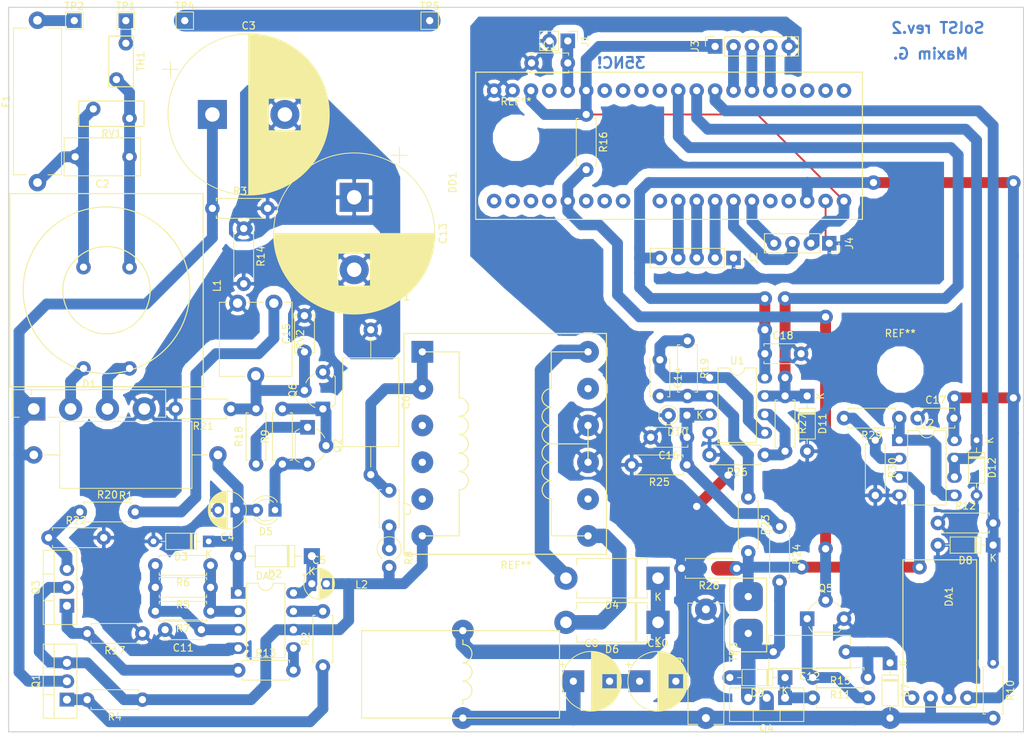
<source format=kicad_pcb>
(kicad_pcb (version 20171130) (host pcbnew "(5.0.0)")
  (layers (0 F.Cu signal) (31 B.Cu signal) (34 B.Paste user) (35 F.Paste user) (36 B.SilkS user) (37 F.SilkS user) (38 B.Mask user hide) (39 F.Mask user hide) (44 Edge.Cuts user))
  (net 0 "")
  (net 1 "Net-(C2-Pad2)")
  (net 2 "Net-(C2-Pad1)")
  (net 3 /L)
  (net 4 /N)
  (net 5 "Net-(C4-Pad1)")
  (net 6 /+310V)
  (net 7 "Net-(C7-Pad2)")
  (net 8 /HB_M)
  (net 9 "Net-(Q3-Pad1)")
  (net 10 /LO)
  (net 11 "Net-(Q5-Pad1)")
  (net 12 "Net-(D9-Pad1)")
  (net 13 "Net-(Q2-Pad1)")
  (net 14 "Net-(C15-Pad1)")
  (net 15 /GND_SH)
  (net 16 "Net-(C13-Pad1)")
  (net 17 GNDD)
  (net 18 U_ADC)
  (net 19 "Net-(C12-Pad1)")
  (net 20 +24V)
  (net 21 "Net-(Q2-Pad2)")
  (net 22 "Net-(D5-Pad1)")
  (net 23 "Net-(DA2-Pad2)")
  (net 24 "Net-(C11-Pad1)")
  (net 25 "Net-(Q1-Pad1)")
  (net 26 /HO)
  (net 27 "Net-(R23-Pad2)")
  (net 28 "Net-(R29-Pad2)")
  (net 29 "Net-(R29-Pad1)")
  (net 30 T_ADC)
  (net 31 "Net-(R26-Pad1)")
  (net 32 "Net-(C16-Pad1)")
  (net 33 "Net-(C12-Pad2)")
  (net 34 "Net-(C14-Pad2)")
  (net 35 GND)
  (net 36 "Net-(R20-Pad2)")
  (net 37 "Net-(C14-Pad1)")
  (net 38 PWM_OUT)
  (net 39 +3V3)
  (net 40 I_ADC)
  (net 41 +5V)
  (net 42 /BOOST)
  (net 43 "Net-(D4-Pad1)")
  (net 44 "Net-(D1-Pad3)")
  (net 45 "Net-(D1-Pad2)")
  (net 46 "Net-(C6-Pad2)")
  (net 47 "Net-(D6-Pad2)")
  (net 48 "Net-(D4-Pad2)")
  (net 49 "Net-(DA1-Pad1)")
  (net 50 "Net-(DD1-Pad1)")
  (net 51 "Net-(DD1-Pad2)")
  (net 52 "Net-(DD1-Pad3)")
  (net 53 "Net-(DD1-Pad4)")
  (net 54 "Net-(DD1-Pad6)")
  (net 55 "Net-(DD1-Pad7)")
  (net 56 "Net-(DD1-Pad8)")
  (net 57 "Net-(DD1-Pad10)")
  (net 58 "Net-(DD1-Pad11)")
  (net 59 "Net-(DD1-Pad12)")
  (net 60 "Net-(DD1-Pad13)")
  (net 61 /SCL)
  (net 62 /SDA)
  (net 63 "Net-(DD1-Pad16)")
  (net 64 "Net-(DD1-Pad17)")
  (net 65 "Net-(DD1-Pad21)")
  (net 66 "Net-(DD1-Pad22)")
  (net 67 "Net-(DD1-Pad23)")
  (net 68 "Net-(DD1-Pad24)")
  (net 69 "Net-(DD1-Pad25)")
  (net 70 "Net-(DD1-Pad26)")
  (net 71 "Net-(DD1-Pad27)")
  (net 72 "Net-(DD1-Pad31)")
  (net 73 "Net-(DD1-Pad32)")
  (net 74 "Net-(DD1-Pad33)")
  (net 75 "Net-(DD1-Pad34)")
  (net 76 "Net-(C1-Pad2)")
  (net 77 "Net-(DD1-Pad37)")
  (net 78 "Net-(C10-Pad1)")
  (net 79 /EARTH)
  (module Resistor_THT:R_Axial_DIN0207_L6.3mm_D2.5mm_P7.62mm_Horizontal (layer F.Cu) (at 192.024 118.618 270)
    (fp_text reference R23 (at 3.81 -2.37 270) (layer F.SilkS))
    (fp_text value 15K)
    (pad 1 thru_hole circle (at 0 0 270) (size 2 2) (drill 1) (layers *.Cu *.Mask) (net 34 "Net-(C14-Pad2)"))
    (pad 2 thru_hole oval (at 7.62 0 270) (size 2 2) (drill 1) (layers *.Cu *.Mask) (net 27 "Net-(R23-Pad2)"))
  )
  (module Capacitor_THT:C_Rect_L11.0mm_W4.3mm_P10.00mm_MKT (layer F.Cu) (at 205.486 139.954 180)
    (fp_text reference C12 (at 5 -3.4 180) (layer F.SilkS))
    (fp_text value 470n)
    (pad 1 thru_hole circle (at 0 0 180) (size 2 2) (drill 1) (layers *.Cu *.Mask) (net 19 "Net-(C12-Pad1)"))
    (pad 2 thru_hole circle (at 10 0 180) (size 2 2) (drill 1) (layers *.Cu *.Mask) (net 33 "Net-(C12-Pad2)"))
  )
  (module Resistor_THT:R_Axial_DIN0207_L6.3mm_D2.5mm_P7.62mm_Horizontal (layer F.Cu) (at 225.806 141.478 270)
    (fp_text reference R10 (at 3.81 -2.37 270) (layer F.SilkS))
    (fp_text value 33K)
    (pad 1 thru_hole circle (at 0 0 270) (size 1.6 1.6) (drill 0.8) (layers *.Cu *.Mask) (net 18 U_ADC))
    (pad 2 thru_hole oval (at 7.62 0 270) (size 2 2) (drill 1) (layers *.Cu *.Mask) (net 20 +24V))
  )
  (module MyLib:S_Con (layer F.Cu) (at 189.484 139.954 90)
    (fp_text reference TP3 (at 0 0.5 90) (layer F.SilkS))
    (fp_text value Termoelement)
    (pad 1 thru_hole roundrect (at 2.54 2.54 90) (size 4 4) (drill 1) (layers *.Cu *.Mask) (net 33 "Net-(C12-Pad2)"))
    (pad 2 thru_hole roundrect (at 7.62 2.54 90) (size 4 4) (drill 1) (layers *.Cu *.Mask) (net 27 "Net-(R23-Pad2)"))
  )
  (module Diode_THT:D_DO-35_SOD27_P7.62mm_Horizontal (layer F.Cu) (at 211.582 141.478 270)
    (fp_text reference D7 (at 3.81 -2.12 270) (layer F.SilkS))
    (fp_text value 1N4148)
    (fp_text user K (at 0 -1.8 270) (layer F.SilkS))
    (pad 2 thru_hole oval (at 7.62 0 270) (size 3 3) (drill 1) (layers *.Cu *.Mask) (net 20 +24V))
    (pad 1 thru_hole rect (at 0 0 270) (size 2 2) (drill 1) (layers *.Cu *.Mask) (net 19 "Net-(C12-Pad1)"))
  )
  (module Capacitor_THT:C_Disc_D5.0mm_W2.5mm_P5.00mm (layer F.Cu) (at 183.57083 110.345434 180)
    (fp_text reference C16 (at 2.5 -2.5 180) (layer F.SilkS))
    (fp_text value 10n)
    (pad 1 thru_hole circle (at 0 0 180) (size 2 2) (drill 1) (layers *.Cu *.Mask) (net 32 "Net-(C16-Pad1)"))
    (pad 2 thru_hole circle (at 5 0 180) (size 2 2) (drill 1) (layers *.Cu *.Mask) (net 17 GNDD))
  )
  (module Diode_THT:D_DO-35_SOD27_P7.62mm_Horizontal (layer F.Cu) (at 223.52 110.744 270)
    (fp_text reference D12 (at 3.81 -2.12 270) (layer F.SilkS))
    (fp_text value 3V3)
    (fp_text user K (at 0 -1.8 270) (layer F.SilkS))
    (pad 2 thru_hole oval (at 7.62 0 270) (size 1.6 1.6) (drill 0.8) (layers *.Cu *.Mask) (net 17 GNDD))
    (pad 1 thru_hole rect (at 0 0 270) (size 1.6 1.6) (drill 0.8) (layers *.Cu *.Mask) (net 40 I_ADC))
  )
  (module Package_DIP:DIP-8_W7.62mm (layer F.Cu) (at 212.852 110.744)
    (fp_text reference U2 (at 3.81 -2.33) (layer F.SilkS))
    (fp_text value LM358)
    (pad 1 thru_hole rect (at 0 0) (size 2 1.6) (drill 1) (layers *.Cu *.Mask) (net 29 "Net-(R29-Pad1)"))
    (pad 5 thru_hole oval (at 7.62 7.62) (size 2 1.6) (drill 1) (layers *.Cu *.Mask) (net 29 "Net-(R29-Pad1)"))
    (pad 2 thru_hole oval (at 0 2.54) (size 2 1.6) (drill 1) (layers *.Cu *.Mask) (net 28 "Net-(R29-Pad2)"))
    (pad 6 thru_hole oval (at 7.62 5.08) (size 2 1.6) (drill 1) (layers *.Cu *.Mask) (net 40 I_ADC))
    (pad 3 thru_hole oval (at 0 5.08) (size 2 1.6) (drill 1) (layers *.Cu *.Mask) (net 27 "Net-(R23-Pad2)"))
    (pad 7 thru_hole oval (at 7.62 2.54) (size 2 1.6) (drill 1) (layers *.Cu *.Mask) (net 40 I_ADC))
    (pad 4 thru_hole oval (at 0 7.62) (size 2 1.6) (drill 1) (layers *.Cu *.Mask) (net 17 GNDD))
    (pad 8 thru_hole oval (at 7.62 0) (size 2 1.6) (drill 1) (layers *.Cu *.Mask) (net 41 +5V))
  )
  (module Resistor_THT:R_Axial_DIN0207_L6.3mm_D2.5mm_P7.62mm_Horizontal (layer F.Cu) (at 209.55 110.744 270)
    (fp_text reference R30 (at 3.81 -2.37 270) (layer F.SilkS))
    (fp_text value 1K)
    (pad 1 thru_hole circle (at 0 0 270) (size 2 2) (drill 1) (layers *.Cu *.Mask) (net 28 "Net-(R29-Pad2)"))
    (pad 2 thru_hole oval (at 7.62 0 270) (size 2 2) (drill 1) (layers *.Cu *.Mask) (net 17 GNDD))
  )
  (module Resistor_THT:R_Axial_DIN0207_L6.3mm_D2.5mm_P7.62mm_Horizontal (layer F.Cu) (at 212.852 107.696 180)
    (fp_text reference R29 (at 3.81 -2.37 180) (layer F.SilkS))
    (fp_text value 20K)
    (pad 2 thru_hole oval (at 7.62 0 180) (size 2 2) (drill 1) (layers *.Cu *.Mask) (net 28 "Net-(R29-Pad2)"))
    (pad 1 thru_hole circle (at 0 0 180) (size 2 2) (drill 1) (layers *.Cu *.Mask) (net 29 "Net-(R29-Pad1)"))
  )
  (module Capacitor_THT:C_Disc_D5.0mm_W2.5mm_P5.00mm (layer F.Cu) (at 215.392 107.696)
    (fp_text reference C17 (at 2.5 -2.5) (layer F.SilkS))
    (fp_text value 100nF)
    (pad 2 thru_hole circle (at 5 0) (size 2 2) (drill 1) (layers *.Cu *.Mask) (net 41 +5V))
    (pad 1 thru_hole circle (at 0 0) (size 2 2) (drill 1) (layers *.Cu *.Mask) (net 17 GNDD))
  )
  (module MyLib:BluePill (layer F.Cu) (at 154.432 80.264 90)
    (fp_text reference DD1 (at 5.08 -3.175 90) (layer F.SilkS))
    (fp_text value BluePill)
    (pad 1 thru_hole circle (at 2.54 2.54 90) (size 2 2) (drill 1) (layers *.Cu *.Mask) (net 50 "Net-(DD1-Pad1)"))
    (pad 2 thru_hole circle (at 2.54 5.08 90) (size 2 2) (drill 1) (layers *.Cu *.Mask) (net 51 "Net-(DD1-Pad2)"))
    (pad 3 thru_hole circle (at 2.54 7.62 90) (size 2 2) (drill 1) (layers *.Cu *.Mask) (net 52 "Net-(DD1-Pad3)"))
    (pad 4 thru_hole circle (at 2.54 10.16 90) (size 2 2) (drill 1) (layers *.Cu *.Mask) (net 53 "Net-(DD1-Pad4)"))
    (pad 5 thru_hole circle (at 2.54 12.7 90) (size 2 2) (drill 1) (layers *.Cu *.Mask) (net 38 PWM_OUT))
    (pad 6 thru_hole circle (at 2.54 15.24 90) (size 2 2) (drill 1) (layers *.Cu *.Mask) (net 54 "Net-(DD1-Pad6)"))
    (pad 7 thru_hole circle (at 2.54 17.78 90) (size 2 2) (drill 1) (layers *.Cu *.Mask) (net 55 "Net-(DD1-Pad7)"))
    (pad 8 thru_hole circle (at 2.54 20.32 90) (size 2 2) (drill 1) (layers *.Cu *.Mask) (net 56 "Net-(DD1-Pad8)"))
    (pad 10 thru_hole circle (at 2.54 25.4 90) (size 2 2) (drill 1) (layers *.Cu *.Mask) (net 57 "Net-(DD1-Pad10)"))
    (pad 11 thru_hole circle (at 2.54 27.94 90) (size 2 2) (drill 1) (layers *.Cu *.Mask) (net 58 "Net-(DD1-Pad11)"))
    (pad 12 thru_hole circle (at 2.54 30.48 90) (size 2 2) (drill 1) (layers *.Cu *.Mask) (net 59 "Net-(DD1-Pad12)"))
    (pad 13 thru_hole circle (at 2.54 33.02 90) (size 2 2) (drill 1) (layers *.Cu *.Mask) (net 60 "Net-(DD1-Pad13)"))
    (pad 14 thru_hole circle (at 2.54 35.56 90) (size 2 2) (drill 1) (layers *.Cu *.Mask) (net 61 /SCL))
    (pad 15 thru_hole circle (at 2.54 38.1 90) (size 2 2) (drill 1) (layers *.Cu *.Mask) (net 62 /SDA))
    (pad 16 thru_hole circle (at 2.54 40.64 90) (size 2 2) (drill 1) (layers *.Cu *.Mask) (net 63 "Net-(DD1-Pad16)"))
    (pad 17 thru_hole circle (at 2.54 43.18 90) (size 2 2) (drill 1) (layers *.Cu *.Mask) (net 64 "Net-(DD1-Pad17)"))
    (pad 18 thru_hole circle (at 2.54 45.72 90) (size 2 2) (drill 1) (layers *.Cu *.Mask) (net 41 +5V))
    (pad 19 thru_hole circle (at 2.54 48.26 90) (size 2 2) (drill 1) (layers *.Cu *.Mask) (net 17 GNDD))
    (pad 20 thru_hole circle (at 2.54 50.8 90) (size 2 2) (drill 1) (layers *.Cu *.Mask) (net 39 +3V3))
    (pad 21 thru_hole circle (at 17.78 50.8 90) (size 2 2) (drill 1) (layers *.Cu *.Mask) (net 65 "Net-(DD1-Pad21)"))
    (pad 22 thru_hole circle (at 17.78 48.26 90) (size 2 2) (drill 1) (layers *.Cu *.Mask) (net 66 "Net-(DD1-Pad22)"))
    (pad 23 thru_hole circle (at 17.78 45.72 90) (size 2 2) (drill 1) (layers *.Cu *.Mask) (net 67 "Net-(DD1-Pad23)"))
    (pad 24 thru_hole circle (at 17.78 43.18 90) (size 2 2) (drill 1) (layers *.Cu *.Mask) (net 68 "Net-(DD1-Pad24)"))
    (pad 25 thru_hole circle (at 17.78 40.64 90) (size 2 2) (drill 1) (layers *.Cu *.Mask) (net 69 "Net-(DD1-Pad25)"))
    (pad 26 thru_hole circle (at 17.78 38.1 90) (size 2 2) (drill 1) (layers *.Cu *.Mask) (net 70 "Net-(DD1-Pad26)"))
    (pad 27 thru_hole circle (at 17.78 35.56 90) (size 2 2) (drill 1) (layers *.Cu *.Mask) (net 71 "Net-(DD1-Pad27)"))
    (pad 28 thru_hole circle (at 17.78 33.02 90) (size 2 2) (drill 1) (layers *.Cu *.Mask) (net 18 U_ADC))
    (pad 29 thru_hole circle (at 17.78 30.48 90) (size 2 2) (drill 1) (layers *.Cu *.Mask) (net 40 I_ADC))
    (pad 30 thru_hole circle (at 17.78 27.94 90) (size 2 2) (drill 1) (layers *.Cu *.Mask) (net 30 T_ADC))
    (pad 31 thru_hole circle (at 17.78 25.4 90) (size 2 2) (drill 1) (layers *.Cu *.Mask) (net 72 "Net-(DD1-Pad31)"))
    (pad 32 thru_hole circle (at 17.78 22.86 90) (size 2 2) (drill 1) (layers *.Cu *.Mask) (net 73 "Net-(DD1-Pad32)"))
    (pad 33 thru_hole circle (at 17.78 20.32 90) (size 2 2) (drill 1) (layers *.Cu *.Mask) (net 74 "Net-(DD1-Pad33)"))
    (pad 34 thru_hole circle (at 17.78 17.78 90) (size 2 2) (drill 1) (layers *.Cu *.Mask) (net 75 "Net-(DD1-Pad34)"))
    (pad 35 thru_hole circle (at 17.78 15.24 90) (size 2 2) (drill 1) (layers *.Cu *.Mask) (net 39 +3V3))
    (pad 36 thru_hole circle (at 17.78 12.7 90) (size 2 2) (drill 1) (layers *.Cu *.Mask) (net 76 "Net-(C1-Pad2)"))
    (pad 37 thru_hole circle (at 17.78 10.16 90) (size 2 2) (drill 1) (layers *.Cu *.Mask) (net 77 "Net-(DD1-Pad37)"))
    (pad 38 thru_hole circle (at 17.78 7.62 90) (size 2 2) (drill 1) (layers *.Cu *.Mask) (net 39 +3V3))
    (pad 39 thru_hole circle (at 17.78 5.08 90) (size 2 2) (drill 1) (layers *.Cu *.Mask) (net 17 GNDD))
    (pad 40 thru_hole circle (at 17.78 2.54 90) (size 2 2) (drill 1) (layers *.Cu *.Mask) (net 17 GNDD))
  )
  (module Resistor_THT:R_Axial_DIN0207_L6.3mm_D2.5mm_P7.62mm_Horizontal (layer F.Cu) (at 108.458 146.558 180)
    (fp_text reference R4 (at 3.81 -2.37 180) (layer F.SilkS))
    (fp_text value 1K)
    (pad 2 thru_hole oval (at 7.62 0 180) (size 2 2) (drill 1) (layers *.Cu *.Mask) (net 25 "Net-(Q1-Pad1)"))
    (pad 1 thru_hole circle (at 0 0 180) (size 2 2) (drill 1) (layers *.Cu *.Mask) (net 8 /HB_M))
  )
  (module TestPoint:TestPoint_THTPad_2.0x2.0mm_Drill1.0mm (layer F.Cu) (at 114.3 52.832)
    (fp_text reference TP4 (at 0 -1.998) (layer F.SilkS))
    (fp_text value EARTH)
    (pad 1 thru_hole rect (at 0 0) (size 2 2) (drill 1) (layers *.Cu *.Mask) (net 79 /EARTH))
  )
  (module TestPoint:TestPoint_THTPad_2.0x2.0mm_Drill1.0mm (layer F.Cu) (at 148.082 52.832)
    (fp_text reference TP5 (at 0 -1.998) (layer F.SilkS))
    (fp_text value EARTH_I)
    (pad 1 thru_hole rect (at 0 0) (size 2 2) (drill 1) (layers *.Cu *.Mask) (net 79 /EARTH))
  )
  (module Capacitor_THT:CP_Radial_D22.0mm_P10.00mm_SnapIn (layer F.Cu) (at 118.11 65.786)
    (fp_text reference C3 (at 5 -12.25) (layer F.SilkS))
    (fp_text value 330uF,200V)
    (pad 2 thru_hole circle (at 10 0) (size 4 4) (drill 2) (layers *.Cu *.Mask) (net 16 "Net-(C13-Pad1)"))
    (pad 1 thru_hole rect (at 0 0) (size 4 4) (drill 2) (layers *.Cu *.Mask) (net 6 /+310V))
  )
  (module Capacitor_THT:CP_Radial_D22.0mm_P10.00mm_SnapIn (layer F.Cu) (at 137.668 77.216 270)
    (fp_text reference C13 (at 5 -12.25 270) (layer F.SilkS))
    (fp_text value 330uF,200V)
    (pad 1 thru_hole rect (at 0 0 270) (size 4 4) (drill 2) (layers *.Cu *.Mask) (net 16 "Net-(C13-Pad1)"))
    (pad 2 thru_hole circle (at 10 0 270) (size 4 4) (drill 2) (layers *.Cu *.Mask) (net 35 GND))
  )
  (module Capacitor_THT:CP_Radial_D4.0mm_P2.00mm (layer F.Cu) (at 131.826 130.556)
    (fp_text reference C5 (at 1 -3.25) (layer F.SilkS))
    (fp_text value 2.2uF)
    (pad 1 thru_hole rect (at 0 0) (size 1.2 2) (drill 1) (layers *.Cu *.Mask) (net 42 /BOOST))
    (pad 2 thru_hole oval (at 2 0) (size 1.2 2) (drill 1) (layers *.Cu *.Mask) (net 8 /HB_M))
  )
  (module Capacitor_THT:CP_Radial_D5.0mm_P2.50mm (layer F.Cu) (at 121.412 120.396 180)
    (fp_text reference C4 (at 1.25 -3.75 180) (layer F.SilkS))
    (fp_text value 10uF)
    (pad 2 thru_hole oval (at 2.5 0 180) (size 1.6 2) (drill 1) (layers *.Cu *.Mask) (net 35 GND))
    (pad 1 thru_hole rect (at 0 0 180) (size 1.6 2) (drill 1) (layers *.Cu *.Mask) (net 5 "Net-(C4-Pad1)"))
  )
  (module Capacitor_THT:CP_Radial_D8.0mm_P5.00mm (layer F.Cu) (at 167.894 144.018)
    (fp_text reference C8 (at 2.5 -5.25) (layer F.SilkS))
    (fp_text value 680uF,16V)
    (pad 2 thru_hole circle (at 5 0) (size 3 3) (drill 1) (layers *.Cu *.Mask) (net 78 "Net-(C10-Pad1)"))
    (pad 1 thru_hole rect (at 0 0) (size 3 3) (drill 1) (layers *.Cu *.Mask) (net 20 +24V))
  )
  (module Capacitor_THT:CP_Radial_D8.0mm_P5.00mm (layer F.Cu) (at 177.038 144.018)
    (fp_text reference C10 (at 2.5 -5.25) (layer F.SilkS))
    (fp_text value 680uF,16V)
    (pad 1 thru_hole rect (at 0 0) (size 3 3) (drill 1) (layers *.Cu *.Mask) (net 78 "Net-(C10-Pad1)"))
    (pad 2 thru_hole circle (at 5 0) (size 3 3) (drill 1) (layers *.Cu *.Mask) (net 17 GNDD))
  )
  (module Capacitor_THT:C_Axial_L12.0mm_D7.5mm_P20.00mm_Horizontal (layer F.Cu) (at 139.954 95.504 270)
    (fp_text reference C6 (at 10 -4.87 270) (layer F.SilkS))
    (fp_text value 1uF,250V)
    (pad 1 thru_hole circle (at 0 0 270) (size 2 2) (drill 1) (layers *.Cu *.Mask) (net 16 "Net-(C13-Pad1)"))
    (pad 2 thru_hole oval (at 20 0 270) (size 2 2) (drill 1) (layers *.Cu *.Mask) (net 46 "Net-(C6-Pad2)"))
  )
  (module Capacitor_THT:C_Disc_D5.0mm_W2.5mm_P5.00mm (layer F.Cu) (at 130.81 98.552 90)
    (fp_text reference C15 (at 2.5 -2.5 90) (layer F.SilkS))
    (fp_text value 10nF)
    (pad 2 thru_hole circle (at 5 0 90) (size 2 2) (drill 1) (layers *.Cu *.Mask) (net 35 GND))
    (pad 1 thru_hole circle (at 0 0 90) (size 2 2) (drill 1) (layers *.Cu *.Mask) (net 14 "Net-(C15-Pad1)"))
  )
  (module Capacitor_THT:C_Disc_D5.0mm_W2.5mm_P5.00mm (layer F.Cu) (at 194.31 98.806)
    (fp_text reference C18 (at 2.5 -2.5) (layer F.SilkS))
    (fp_text value 100nF)
    (pad 1 thru_hole circle (at 0 0) (size 2 2) (drill 1) (layers *.Cu *.Mask) (net 41 +5V))
    (pad 2 thru_hole circle (at 5 0) (size 2 2) (drill 1) (layers *.Cu *.Mask) (net 17 GNDD))
  )
  (module Capacitor_THT:C_Disc_D5.0mm_W2.5mm_P5.00mm (layer F.Cu) (at 116.586 136.906 180)
    (fp_text reference C11 (at 2.5 -2.5 180) (layer F.SilkS))
    (fp_text value 2.2nF)
    (pad 2 thru_hole circle (at 5 0 180) (size 2 2) (drill 1) (layers *.Cu *.Mask) (net 35 GND))
    (pad 1 thru_hole circle (at 0 0 180) (size 2 2) (drill 1) (layers *.Cu *.Mask) (net 24 "Net-(C11-Pad1)"))
  )
  (module Capacitor_THT:C_Disc_D5.0mm_W2.5mm_P5.00mm (layer F.Cu) (at 142.494 117.682 270)
    (fp_text reference C7 (at 2.5 -2.5 270) (layer F.SilkS))
    (fp_text value "2.2, 1.2kV")
    (pad 1 thru_hole circle (at 0 0 270) (size 2 2) (drill 1) (layers *.Cu *.Mask) (net 46 "Net-(C6-Pad2)"))
    (pad 2 thru_hole circle (at 5 0 270) (size 2 2) (drill 1) (layers *.Cu *.Mask) (net 7 "Net-(C7-Pad2)"))
  )
  (module Capacitor_THT:C_Disc_D5.0mm_W2.5mm_P5.00mm (layer F.Cu) (at 162.132 58.674)
    (fp_text reference C1 (at 2.5 -2.5) (layer F.SilkS))
    (fp_text value 100N)
    (pad 2 thru_hole circle (at 5 0) (size 2 2) (drill 1) (layers *.Cu *.Mask) (net 76 "Net-(C1-Pad2)"))
    (pad 1 thru_hole circle (at 0 0) (size 2 2) (drill 1) (layers *.Cu *.Mask) (net 17 GNDD))
  )
  (module Capacitor_THT:C_Disc_D5.0mm_W2.5mm_P5.00mm (layer F.Cu) (at 179.832 99.648 270)
    (fp_text reference C14 (at 2.5 -2.5 270) (layer F.SilkS))
    (fp_text value 10n)
    (pad 1 thru_hole circle (at 0 0 270) (size 2 2) (drill 1) (layers *.Cu *.Mask) (net 37 "Net-(C14-Pad1)"))
    (pad 2 thru_hole circle (at 5 0 270) (size 2 2) (drill 1) (layers *.Cu *.Mask) (net 34 "Net-(C14-Pad2)"))
  )
  (module Capacitor_THT:C_Rect_L10.3mm_W5.0mm_P7.50mm_MKS4 (layer F.Cu) (at 106.68 71.628 180)
    (fp_text reference C2 (at 3.75 -3.75 180) (layer F.SilkS))
    (fp_text value 47n)
    (pad 1 thru_hole circle (at 0 0 180) (size 2 2) (drill 1) (layers *.Cu *.Mask) (net 2 "Net-(C2-Pad1)"))
    (pad 2 thru_hole circle (at 7.5 0 180) (size 2 2) (drill 1) (layers *.Cu *.Mask) (net 1 "Net-(C2-Pad2)"))
  )
  (module Capacitor_THT:C_Rect_L16.5mm_W4.7mm_P15.00mm_MKT (layer F.Cu) (at 186.182 149.098 90)
    (fp_text reference C9 (at 7.5 -3.6 90) (layer F.SilkS))
    (fp_text value 1.5uF)
    (pad 1 thru_hole circle (at 0 0 90) (size 3 3) (drill 1.1) (layers *.Cu *.Mask) (net 20 +24V))
    (pad 2 thru_hole circle (at 15 0 90) (size 3 3) (drill 1.1) (layers *.Cu *.Mask) (net 17 GNDD))
  )
  (module Connector_PinHeader_2.54mm:PinHeader_1x02_P2.54mm_Vertical (layer F.Cu) (at 167.132 55.626 270)
    (fp_text reference J1 (at 0 -2.33 270) (layer F.SilkS))
    (fp_text value But_Conn)
    (pad 1 thru_hole rect (at 0 0 270) (size 2 2) (drill 1) (layers *.Cu *.Mask) (net 76 "Net-(C1-Pad2)"))
    (pad 2 thru_hole oval (at 0 2.54 270) (size 2 2) (drill 1) (layers *.Cu *.Mask) (net 17 GNDD))
  )
  (module Connector_PinSocket_2.54mm:PinSocket_1x04_P2.54mm_Vertical (layer F.Cu) (at 203.2 83.566 270)
    (fp_text reference J4 (at 0 -2.77 270) (layer F.SilkS))
    (fp_text value Disp_Conn)
    (pad 1 thru_hole rect (at 0 0 270) (size 2 2) (drill 1) (layers *.Cu *.Mask) (net 17 GNDD))
    (pad 2 thru_hole oval (at 0 2.54 270) (size 2 2) (drill 1) (layers *.Cu *.Mask) (net 39 +3V3))
    (pad 3 thru_hole oval (at 0 5.08 270) (size 2 2) (drill 1) (layers *.Cu *.Mask) (net 61 /SCL))
    (pad 4 thru_hole oval (at 0 7.62 270) (size 2 2) (drill 1) (layers *.Cu *.Mask) (net 62 /SDA))
  )
  (module Connector_PinSocket_2.54mm:PinSocket_1x05_P2.54mm_Vertical (layer F.Cu) (at 187.452 56.388 90)
    (fp_text reference J3 (at 0 -2.77 90) (layer F.SilkS))
    (fp_text value Enc_Conn)
    (pad 5 thru_hole oval (at 0 10.16 90) (size 2 2) (drill 1) (layers *.Cu *.Mask) (net 17 GNDD))
    (pad 4 thru_hole oval (at 0 7.62 90) (size 2 2) (drill 1) (layers *.Cu *.Mask) (net 69 "Net-(DD1-Pad25)"))
    (pad 3 thru_hole oval (at 0 5.08 90) (size 2 2) (drill 1) (layers *.Cu *.Mask) (net 70 "Net-(DD1-Pad26)"))
    (pad 2 thru_hole oval (at 0 2.54 90) (size 2 2) (drill 1) (layers *.Cu *.Mask) (net 71 "Net-(DD1-Pad27)"))
    (pad 1 thru_hole rect (at 0 0 90) (size 2 2) (drill 1) (layers *.Cu *.Mask) (net 39 +3V3))
  )
  (module Connector_PinSocket_2.54mm:PinSocket_1x05_P2.54mm_Vertical (layer F.Cu) (at 189.992 85.598 270)
    (fp_text reference J2 (at 0 -2.77 270) (layer F.SilkS))
    (fp_text value Led_Conn)
    (pad 5 thru_hole oval (at 0 10.16 270) (size 2 2) (drill 1) (layers *.Cu *.Mask) (net 41 +5V))
    (pad 4 thru_hole oval (at 0 7.62 270) (size 2 2) (drill 1) (layers *.Cu *.Mask) (net 58 "Net-(DD1-Pad11)"))
    (pad 3 thru_hole oval (at 0 5.08 270) (size 2 2) (drill 1) (layers *.Cu *.Mask) (net 59 "Net-(DD1-Pad12)"))
    (pad 2 thru_hole oval (at 0 2.54 270) (size 2 2) (drill 1) (layers *.Cu *.Mask) (net 60 "Net-(DD1-Pad13)"))
    (pad 1 thru_hole rect (at 0 0 270) (size 2 2) (drill 1) (layers *.Cu *.Mask) (net 17 GNDD))
  )
  (module Diode_THT:D_DO-201AD_P12.70mm_Horizontal (layer F.Cu) (at 179.578 129.794 180)
    (fp_text reference D4 (at 6.35 -3.72 180) (layer F.SilkS))
    (fp_text value FR302)
    (fp_text user K (at 0 -2.6 180) (layer F.SilkS))
    (pad 2 thru_hole oval (at 12.7 0 180) (size 3.2 3.2) (drill 1.6) (layers *.Cu *.Mask) (net 48 "Net-(D4-Pad2)"))
    (pad 1 thru_hole rect (at 0 0 180) (size 3.2 3.2) (drill 1.6) (layers *.Cu *.Mask) (net 43 "Net-(D4-Pad1)"))
  )
  (module Diode_THT:D_DO-201AD_P12.70mm_Horizontal (layer F.Cu) (at 179.578 135.89 180)
    (fp_text reference D6 (at 6.35 -3.72 180) (layer F.SilkS))
    (fp_text value FR302)
    (fp_text user K (at 0 -2.6 180) (layer F.SilkS))
    (pad 1 thru_hole rect (at 0 0 180) (size 3.2 3.2) (drill 1.6) (layers *.Cu *.Mask) (net 43 "Net-(D4-Pad1)"))
    (pad 2 thru_hole oval (at 12.7 0 180) (size 3.2 3.2) (drill 1.6) (layers *.Cu *.Mask) (net 47 "Net-(D6-Pad2)"))
  )
  (module Diode_THT:D_DO-35_SOD27_P2.54mm_Vertical_KathodeUp (layer F.Cu) (at 183.57083 107.297434 180)
    (fp_text reference D10 (at 1.27 -2.326371 180) (layer F.SilkS))
    (fp_text value 5V1)
    (fp_text user K (at -1.8 0 180) (layer F.SilkS))
    (pad 1 thru_hole rect (at 0 0 180) (size 2 2) (drill 1) (layers *.Cu *.Mask) (net 32 "Net-(C16-Pad1)"))
    (pad 2 thru_hole oval (at 2.54 0 180) (size 2 2) (drill 1) (layers *.Cu *.Mask) (net 17 GNDD))
  )
  (module Diode_THT:D_DO-35_SOD27_P7.62mm_Horizontal (layer F.Cu) (at 225.806 125.222 180)
    (fp_text reference D8 (at 3.81 -2.12 180) (layer F.SilkS))
    (fp_text value 3V3)
    (fp_text user K (at 0 -1.8 180) (layer F.SilkS))
    (pad 1 thru_hole rect (at 0 0 180) (size 2 2) (drill 1) (layers *.Cu *.Mask) (net 18 U_ADC))
    (pad 2 thru_hole oval (at 7.62 0 180) (size 2 2) (drill 1) (layers *.Cu *.Mask) (net 17 GNDD))
  )
  (module Diode_THT:D_DO-35_SOD27_P7.62mm_Horizontal (layer F.Cu) (at 117.602 124.714 180)
    (fp_text reference D3 (at 3.81 -2.12 180) (layer F.SilkS))
    (fp_text value 15V)
    (fp_text user K (at 0 -1.8 180) (layer F.SilkS))
    (pad 1 thru_hole rect (at 0 0 180) (size 1.6 1.6) (drill 0.8) (layers *.Cu *.Mask) (net 5 "Net-(C4-Pad1)"))
    (pad 2 thru_hole oval (at 7.62 0 180) (size 1.6 1.6) (drill 0.8) (layers *.Cu *.Mask) (net 35 GND))
  )
  (module Diode_THT:D_DO-35_SOD27_P7.62mm_Horizontal (layer F.Cu) (at 200.152 104.648 270)
    (fp_text reference D11 (at 3.81 -2.12 270) (layer F.SilkS))
    (fp_text value 3V3)
    (fp_text user K (at 0 -1.8 270) (layer F.SilkS))
    (pad 2 thru_hole oval (at 7.62 0 270) (size 2 2) (drill 1) (layers *.Cu *.Mask) (net 17 GNDD))
    (pad 1 thru_hole rect (at 0 0 270) (size 2 2) (drill 1) (layers *.Cu *.Mask) (net 30 T_ADC))
  )
  (module Diode_THT:D_DO-35_SOD27_P7.62mm_Horizontal (layer F.Cu) (at 197.104 143.51 180)
    (fp_text reference D9 (at 3.81 -2.12 180) (layer F.SilkS))
    (fp_text value 15V)
    (fp_text user K (at 0 -1.8 180) (layer F.SilkS))
    (pad 1 thru_hole rect (at 0 0 180) (size 2 2) (drill 1) (layers *.Cu *.Mask) (net 12 "Net-(D9-Pad1)"))
    (pad 2 thru_hole oval (at 7.62 0 180) (size 2 2) (drill 1) (layers *.Cu *.Mask) (net 33 "Net-(C12-Pad2)"))
  )
  (module Diode_THT:D_DO-41_SOD81_P10.16mm_Horizontal (layer F.Cu) (at 131.826 126.746 180)
    (fp_text reference D2 (at 5.08 -2.47 180) (layer F.SilkS))
    (fp_text value FR107)
    (fp_text user K (at 0 -2.1 180) (layer F.SilkS))
    (pad 1 thru_hole rect (at 0 0 180) (size 2.2 2.2) (drill 1.1) (layers *.Cu *.Mask) (net 42 /BOOST))
    (pad 2 thru_hole oval (at 10.16 0 180) (size 2.2 2.2) (drill 1.1) (layers *.Cu *.Mask) (net 5 "Net-(C4-Pad1)"))
  )
  (module Diode_THT:Diode_Bridge_Vishay_GBL (layer F.Cu) (at 93.472 106.426)
    (fp_text reference D1 (at 7.65 -3.45) (layer F.SilkS))
    (fp_text value GBU4D)
    (pad 4 thru_hole circle (at 15.24 0 180) (size 3.2 3.2) (drill 1.6) (layers *.Cu *.Mask) (net 35 GND))
    (pad 3 thru_hole circle (at 10.16 0 180) (size 3.2 3.2) (drill 1.6) (layers *.Cu *.Mask) (net 44 "Net-(D1-Pad3)"))
    (pad 2 thru_hole circle (at 5.08 0 180) (size 3.2 3.2) (drill 1.6) (layers *.Cu *.Mask) (net 45 "Net-(D1-Pad2)"))
    (pad 1 thru_hole rect (at 0 0 180) (size 3.2 3.2) (drill 1.6) (layers *.Cu *.Mask) (net 6 /+310V))
  )
  (module LED_THT:LED_D3.0mm (layer F.Cu) (at 126.746 120.396 180)
    (fp_text reference D5 (at 1.27 -2.96 180) (layer F.SilkS))
    (fp_text value LED)
    (pad 1 thru_hole rect (at 0 0 180) (size 1.8 1.8) (drill 0.9) (layers *.Cu *.Mask) (net 22 "Net-(D5-Pad1)"))
    (pad 2 thru_hole circle (at 2.54 0 180) (size 1.8 1.8) (drill 0.9) (layers *.Cu *.Mask) (net 5 "Net-(C4-Pad1)"))
  )
  (module MyLib:DC-DC (layer F.Cu) (at 223.52 127.254 270)
    (fp_text reference DA1 (at 5.08 3.81 270) (layer F.SilkS))
    (fp_text value DC-DC)
    (pad 1 thru_hole circle (at 19.05 8.89 270) (size 2 2) (drill 1) (layers *.Cu *.Mask) (net 49 "Net-(DA1-Pad1)"))
    (pad 3 thru_hole circle (at 19.05 3.81 270) (size 2 2) (drill 1) (layers *.Cu *.Mask) (net 17 GNDD))
    (pad 2 thru_hole circle (at 19.05 6.35 270) (size 2 2) (drill 1) (layers *.Cu *.Mask) (net 20 +24V))
    (pad 4 thru_hole circle (at 19.05 1.27 270) (size 2 2) (drill 1) (layers *.Cu *.Mask) (net 41 +5V))
  )
  (module MyLib:EI-33 (layer F.Cu) (at 144.526 96.012)
    (fp_text reference T1 (at 0 -5.08) (layer F.SilkS))
    (fp_text value Transformer_1P_2S)
    (pad 1 thru_hole rect (at 2.54 2.54) (size 3 3) (drill 1) (layers *.Cu *.Mask) (net 46 "Net-(C6-Pad2)"))
    (pad "" thru_hole circle (at 2.54 7.62) (size 3 3) (drill 1) (layers *.Cu *.Mask) (net 46 "Net-(C6-Pad2)"))
    (pad 7 thru_hole circle (at 2.54 12.7) (size 3 3) (drill 1) (layers *.Cu *.Mask))
    (pad 8 thru_hole circle (at 2.54 17.78) (size 3 3) (drill 1) (layers *.Cu *.Mask))
    (pad 9 thru_hole circle (at 2.54 22.86) (size 3 3) (drill 1) (layers *.Cu *.Mask))
    (pad 2 thru_hole circle (at 2.54 27.94) (size 3 3) (drill 1) (layers *.Cu *.Mask) (net 8 /HB_M))
    (pad 6 thru_hole circle (at 25.4 27.94) (size 3 3) (drill 1) (layers *.Cu *.Mask) (net 47 "Net-(D6-Pad2)"))
    (pad 11 thru_hole circle (at 25.4 22.86) (size 3 3) (drill 1) (layers *.Cu *.Mask))
    (pad 5 thru_hole circle (at 25.4 17.78) (size 3 3) (drill 1) (layers *.Cu *.Mask) (net 17 GNDD))
    (pad 4 thru_hole circle (at 25.4 12.7) (size 3 3) (drill 1) (layers *.Cu *.Mask) (net 17 GNDD))
    (pad 10 thru_hole circle (at 25.4 7.62) (size 3 3) (drill 1) (layers *.Cu *.Mask))
    (pad 3 thru_hole circle (at 25.4 2.54) (size 3 3) (drill 1) (layers *.Cu *.Mask) (net 48 "Net-(D4-Pad2)"))
  )
  (module MyLib:ferrite_ring_filter (layer F.Cu) (at 116.84 76.708 270)
    (fp_text reference L1 (at 12.7 -1.905 270) (layer F.SilkS))
    (fp_text value L_Core_Ferrite_Coupled)
    (pad 1 thru_hole circle (at 10.16 10.16 270) (size 2 2) (drill 1) (layers *.Cu *.Mask) (net 2 "Net-(C2-Pad1)"))
    (pad 3 thru_hole circle (at 10.16 16.51 270) (size 2 2) (drill 1) (layers *.Cu *.Mask) (net 1 "Net-(C2-Pad2)"))
    (pad 2 thru_hole circle (at 24.13 10.16 270) (size 2 2) (drill 1) (layers *.Cu *.Mask) (net 44 "Net-(D1-Pad3)"))
    (pad 4 thru_hole circle (at 24.13 16.51 270) (size 2 2) (drill 1) (layers *.Cu *.Mask) (net 45 "Net-(D1-Pad2)"))
  )
  (module MyLib:out_inductor (layer F.Cu) (at 138.684 137.033)
    (fp_text reference L2 (at 0 -6.35) (layer F.SilkS))
    (fp_text value 50uH)
    (pad 1 thru_hole circle (at 13.97 0) (size 3 3) (drill 1) (layers *.Cu *.Mask) (net 43 "Net-(D4-Pad1)"))
    (pad 2 thru_hole circle (at 13.97 12.065) (size 3 3) (drill 1) (layers *.Cu *.Mask) (net 20 +24V))
  )
  (module Package_DIP:DIP-8_W7.62mm (layer F.Cu) (at 186.69 102.108)
    (fp_text reference U1 (at 3.81 -2.33) (layer F.SilkS))
    (fp_text value LM358)
    (pad 1 thru_hole rect (at 0 0) (size 2 1.6) (drill 1) (layers *.Cu *.Mask) (net 37 "Net-(C14-Pad1)"))
    (pad 5 thru_hole oval (at 7.62 7.62) (size 2 1.6) (drill 1) (layers *.Cu *.Mask) (net 37 "Net-(C14-Pad1)"))
    (pad 2 thru_hole oval (at 0 2.54) (size 2 1.6) (drill 1) (layers *.Cu *.Mask) (net 34 "Net-(C14-Pad2)"))
    (pad 6 thru_hole oval (at 7.62 5.08) (size 2 1.6) (drill 1) (layers *.Cu *.Mask) (net 31 "Net-(R26-Pad1)"))
    (pad 3 thru_hole oval (at 0 5.08) (size 2 1.6) (drill 1) (layers *.Cu *.Mask) (net 32 "Net-(C16-Pad1)"))
    (pad 7 thru_hole oval (at 7.62 2.54) (size 2 1.6) (drill 1) (layers *.Cu *.Mask) (net 30 T_ADC))
    (pad 4 thru_hole oval (at 0 7.62) (size 2 1.6) (drill 1) (layers *.Cu *.Mask) (net 17 GNDD))
    (pad 8 thru_hole oval (at 7.62 0) (size 2 1.6) (drill 1) (layers *.Cu *.Mask) (net 41 +5V))
  )
  (module Package_DIP:DIP-8_W7.62mm (layer F.Cu) (at 121.666 131.826)
    (fp_text reference DA2 (at 3.81 -2.33) (layer F.SilkS))
    (fp_text value IR2153)
    (pad 8 thru_hole oval (at 7.62 0) (size 2 1.6) (drill 1) (layers *.Cu *.Mask) (net 42 /BOOST))
    (pad 4 thru_hole oval (at 0 7.62) (size 2 1.6) (drill 1) (layers *.Cu *.Mask) (net 35 GND))
    (pad 7 thru_hole oval (at 7.62 2.54) (size 2 1.6) (drill 1) (layers *.Cu *.Mask) (net 26 /HO))
    (pad 3 thru_hole oval (at 0 5.08) (size 2 1.6) (drill 1) (layers *.Cu *.Mask) (net 24 "Net-(C11-Pad1)"))
    (pad 6 thru_hole oval (at 7.62 5.08) (size 2 1.6) (drill 1) (layers *.Cu *.Mask) (net 8 /HB_M))
    (pad 2 thru_hole oval (at 0 2.54) (size 2 1.6) (drill 1) (layers *.Cu *.Mask) (net 23 "Net-(DA2-Pad2)"))
    (pad 5 thru_hole oval (at 7.62 7.62) (size 2 1.6) (drill 1) (layers *.Cu *.Mask) (net 10 /LO))
    (pad 1 thru_hole rect (at 0 0) (size 2 1.6) (drill 1) (layers *.Cu *.Mask) (net 5 "Net-(C4-Pad1)"))
  )
  (module Package_TO_SOT_THT:TO-220-3_Vertical (layer F.Cu) (at 98.044 146.558 90)
    (fp_text reference Q1 (at 2.54 -4.27 90) (layer F.SilkS))
    (fp_text value IRF740)
    (pad 1 thru_hole rect (at 0 0 90) (size 1.905 2) (drill 1.1) (layers *.Cu *.Mask) (net 25 "Net-(Q1-Pad1)"))
    (pad 2 thru_hole oval (at 2.54 0 90) (size 1.905 2) (drill 1.1) (layers *.Cu *.Mask) (net 6 /+310V))
    (pad 3 thru_hole oval (at 5.08 0 90) (size 1.905 2) (drill 1.1) (layers *.Cu *.Mask) (net 8 /HB_M))
  )
  (module Package_TO_SOT_THT:TO-220-3_Vertical (layer F.Cu) (at 197.104 146.304 180)
    (fp_text reference Q4 (at 2.54 -4.27 180) (layer F.SilkS))
    (fp_text value IRFZ44N)
    (pad 3 thru_hole oval (at 5.08 0 180) (size 1.905 2) (drill 1.1) (layers *.Cu *.Mask) (net 33 "Net-(C12-Pad2)"))
    (pad 2 thru_hole oval (at 2.54 0 180) (size 1.905 2) (drill 1.1) (layers *.Cu *.Mask) (net 20 +24V))
    (pad 1 thru_hole rect (at 0 0 180) (size 1.905 2) (drill 1.1) (layers *.Cu *.Mask) (net 12 "Net-(D9-Pad1)"))
  )
  (module Package_TO_SOT_THT:TO-220-3_Vertical (layer F.Cu) (at 98.044 133.604 90)
    (fp_text reference Q3 (at 2.54 -4.27 90) (layer F.SilkS))
    (fp_text value IRF740)
    (pad 1 thru_hole rect (at 0 0 90) (size 1.905 2) (drill 1.1) (layers *.Cu *.Mask) (net 9 "Net-(Q3-Pad1)"))
    (pad 2 thru_hole oval (at 2.54 0 90) (size 1.905 2) (drill 1.1) (layers *.Cu *.Mask) (net 8 /HB_M))
    (pad 3 thru_hole oval (at 5.08 0 90) (size 1.905 2) (drill 1.1) (layers *.Cu *.Mask) (net 15 /GND_SH))
  )
  (module Package_TO_SOT_THT:TO-92L_Wide (layer F.Cu) (at 133.35 106.426 90)
    (fp_text reference Q6 (at 2.55 -4.15 90) (layer F.SilkS))
    (fp_text value KT3102)
    (pad 1 thru_hole rect (at 0 0 180) (size 2 2) (drill 1) (layers *.Cu *.Mask) (net 21 "Net-(Q2-Pad2)"))
    (pad 3 thru_hole circle (at 5.08 0 180) (size 2 2) (drill 1) (layers *.Cu *.Mask) (net 35 GND))
    (pad 2 thru_hole circle (at 2.54 -2.54 180) (size 2 2) (drill 1) (layers *.Cu *.Mask) (net 14 "Net-(C15-Pad1)"))
  )
  (module Package_TO_SOT_THT:TO-92L_Wide (layer F.Cu) (at 131.242626 108.966 270)
    (fp_text reference Q2 (at 2.55 -4.15 270) (layer F.SilkS))
    (fp_text value KT209)
    (pad 2 thru_hole circle (at 2.54 -2.54) (size 2 2) (drill 1) (layers *.Cu *.Mask) (net 21 "Net-(Q2-Pad2)"))
    (pad 3 thru_hole circle (at 5.08 0) (size 2 2) (drill 1) (layers *.Cu *.Mask) (net 22 "Net-(D5-Pad1)"))
    (pad 1 thru_hole rect (at 0 0) (size 2 2) (drill 1) (layers *.Cu *.Mask) (net 13 "Net-(Q2-Pad1)"))
  )
  (module Package_TO_SOT_THT:TO-92_Wide (layer F.Cu) (at 200.152 135.382)
    (fp_text reference Q5 (at 2.55 -4.19) (layer F.SilkS))
    (fp_text value BC337)
    (pad 2 thru_hole circle (at 2.54 -2.54 90) (size 2 2) (drill 1) (layers *.Cu *.Mask) (net 38 PWM_OUT))
    (pad 3 thru_hole circle (at 5.08 0 90) (size 2 2) (drill 1) (layers *.Cu *.Mask) (net 17 GNDD))
    (pad 1 thru_hole rect (at 0 0 90) (size 2 2) (drill 1) (layers *.Cu *.Mask) (net 11 "Net-(Q5-Pad1)"))
  )
  (module Potentiometer_THT:Potentiometer_ACP_CA9-V10_Vertical (layer F.Cu) (at 121.590626 91.827948 270)
    (fp_text reference RV2 (at 5 -8.65 270) (layer F.SilkS))
    (fp_text value R_POT)
    (pad 3 thru_hole circle (at 0 -5 270) (size 2.34 2.34) (drill 1.3) (layers *.Cu *.Mask) (net 36 "Net-(R20-Pad2)"))
    (pad 2 thru_hole circle (at 10 -2.5 270) (size 2.34 2.34) (drill 1.3) (layers *.Cu *.Mask) (net 14 "Net-(C15-Pad1)"))
    (pad 1 thru_hole circle (at 0 0 270) (size 2.34 2.34) (drill 1.3) (layers *.Cu *.Mask) (net 35 GND))
  )
  (module Resistor_THT:R_Axial_DIN0207_L6.3mm_D2.5mm_P7.62mm_Horizontal (layer F.Cu) (at 169.672 65.786 270)
    (fp_text reference R16 (at 3.81 -2.37 270) (layer F.SilkS))
    (fp_text value 10K)
    (pad 2 thru_hole oval (at 7.62 0 270) (size 2 2) (drill 1) (layers *.Cu *.Mask) (net 38 PWM_OUT))
    (pad 1 thru_hole circle (at 0 0 270) (size 2 2) (drill 1) (layers *.Cu *.Mask) (net 39 +3V3))
  )
  (module Resistor_THT:R_Axial_DIN0207_L6.3mm_D2.5mm_P7.62mm_Horizontal (layer F.Cu) (at 183.642 97.028 270)
    (fp_text reference R19 (at 3.81 -2.37 270) (layer F.SilkS))
    (fp_text value 150K)
    (pad 1 thru_hole circle (at 0 0 270) (size 2 2) (drill 1) (layers *.Cu *.Mask) (net 37 "Net-(C14-Pad1)"))
    (pad 2 thru_hole oval (at 7.62 0 270) (size 2 2) (drill 1) (layers *.Cu *.Mask) (net 34 "Net-(C14-Pad2)"))
  )
  (module Resistor_THT:R_Axial_DIN0207_L6.3mm_D2.5mm_P7.62mm_Horizontal (layer F.Cu) (at 99.822 120.65)
    (fp_text reference R20 (at 3.81 -2.37) (layer F.SilkS))
    (fp_text value 100R)
    (pad 2 thru_hole oval (at 7.62 0) (size 2 2) (drill 1) (layers *.Cu *.Mask) (net 36 "Net-(R20-Pad2)"))
    (pad 1 thru_hole circle (at 0 0) (size 2 2) (drill 1) (layers *.Cu *.Mask) (net 15 /GND_SH))
  )
  (module Resistor_THT:R_Axial_DIN0207_L6.3mm_D2.5mm_P7.62mm_Horizontal (layer F.Cu) (at 120.65 106.426 180)
    (fp_text reference R21 (at 3.81 -2.37 180) (layer F.SilkS))
    (fp_text value 10K)
    (pad 1 thru_hole circle (at 0 0 180) (size 2 2) (drill 1) (layers *.Cu *.Mask) (net 14 "Net-(C15-Pad1)"))
    (pad 2 thru_hole oval (at 7.62 0 180) (size 2 2) (drill 1) (layers *.Cu *.Mask) (net 35 GND))
  )
  (module Resistor_THT:R_Axial_DIN0207_L6.3mm_D2.5mm_P7.62mm_Horizontal (layer F.Cu) (at 95.504 124.206)
    (fp_text reference R22 (at 3.81 -2.37) (layer F.SilkS))
    (fp_text value 0.1R)
    (pad 2 thru_hole oval (at 7.62 0) (size 2 2) (drill 1) (layers *.Cu *.Mask) (net 35 GND))
    (pad 1 thru_hole circle (at 0 0) (size 2 2) (drill 1) (layers *.Cu *.Mask) (net 15 /GND_SH))
  )
  (module Resistor_THT:R_Axial_DIN0207_L6.3mm_D2.5mm_P7.62mm_Horizontal (layer F.Cu) (at 196.342 122.682 270)
    (fp_text reference R24 (at 3.81 -2.37 270) (layer F.SilkS))
    (fp_text value 15K)
    (pad 2 thru_hole oval (at 7.62 0 270) (size 2 2) (drill 1) (layers *.Cu *.Mask) (net 33 "Net-(C12-Pad2)"))
    (pad 1 thru_hole circle (at 0 0 270) (size 2 2) (drill 1) (layers *.Cu *.Mask) (net 32 "Net-(C16-Pad1)"))
  )
  (module Resistor_THT:R_Axial_DIN0207_L6.3mm_D2.5mm_P7.62mm_Horizontal (layer F.Cu) (at 183.57083 114.155434 180)
    (fp_text reference R25 (at 3.81 -2.37 180) (layer F.SilkS))
    (fp_text value 150K)
    (pad 1 thru_hole circle (at 0 0 180) (size 2 2) (drill 1) (layers *.Cu *.Mask) (net 32 "Net-(C16-Pad1)"))
    (pad 2 thru_hole oval (at 7.62 0 180) (size 2 2) (drill 1) (layers *.Cu *.Mask) (net 17 GNDD))
  )
  (module Resistor_THT:R_Axial_DIN0207_L6.3mm_D2.5mm_P7.62mm_Horizontal (layer F.Cu) (at 194.31 112.776 180)
    (fp_text reference R26 (at 3.81 -2.37 180) (layer F.SilkS))
    (fp_text value 6.2K)
    (pad 2 thru_hole oval (at 7.62 0 180) (size 2 2) (drill 1) (layers *.Cu *.Mask) (net 17 GNDD))
    (pad 1 thru_hole circle (at 0 0 180) (size 2 2) (drill 1) (layers *.Cu *.Mask) (net 31 "Net-(R26-Pad1)"))
  )
  (module Resistor_THT:R_Axial_DIN0207_L6.3mm_D2.5mm_P7.62mm_Horizontal (layer F.Cu) (at 197.104 104.648 270)
    (fp_text reference R27 (at 3.81 -2.37 270) (layer F.SilkS))
    (fp_text value 100K)
    (pad 1 thru_hole circle (at 0 0 270) (size 2 2) (drill 1) (layers *.Cu *.Mask) (net 30 T_ADC))
    (pad 2 thru_hole oval (at 7.62 0 270) (size 2 2) (drill 1) (layers *.Cu *.Mask B.Adhes) (net 31 "Net-(R26-Pad1)"))
  )
  (module Resistor_THT:R_Axial_DIN0207_L6.3mm_D2.5mm_P7.62mm_Horizontal (layer F.Cu) (at 108.458 137.414 180)
    (fp_text reference R17 (at 3.81 -2.37 180) (layer F.SilkS))
    (fp_text value 1K)
    (pad 2 thru_hole oval (at 7.62 0 180) (size 2 2) (drill 1) (layers *.Cu *.Mask) (net 9 "Net-(Q3-Pad1)"))
    (pad 1 thru_hole circle (at 0 0 180) (size 2 2) (drill 1) (layers *.Cu *.Mask) (net 35 GND))
  )
  (module Resistor_THT:R_Axial_DIN0207_L6.3mm_D2.5mm_P7.62mm_Horizontal (layer F.Cu) (at 190.428015 128.433764 180)
    (fp_text reference R28 (at 3.81 -2.37 180) (layer F.SilkS))
    (fp_text value 0.05R)
    (pad 1 thru_hole circle (at 0 0 180) (size 2 2) (drill 1) (layers *.Cu *.Mask) (net 27 "Net-(R23-Pad2)"))
    (pad 2 thru_hole oval (at 7.62 0 180) (size 2 2) (drill 1) (layers *.Cu *.Mask) (net 17 GNDD))
  )
  (module Resistor_THT:R_Axial_DIN0207_L6.3mm_D2.5mm_P7.62mm_Horizontal (layer F.Cu) (at 133.35 141.986 90)
    (fp_text reference R2 (at 3.81 -2.37 90) (layer F.SilkS))
    (fp_text value 30R)
    (pad 2 thru_hole oval (at 7.62 0 90) (size 2 2) (drill 1) (layers *.Cu *.Mask) (net 26 /HO))
    (pad 1 thru_hole circle (at 0 0 90) (size 2 2) (drill 1) (layers *.Cu *.Mask) (net 25 "Net-(Q1-Pad1)"))
  )
  (module Resistor_THT:R_Axial_DIN0207_L6.3mm_D2.5mm_P7.62mm_Horizontal (layer F.Cu) (at 118.11 78.74)
    (fp_text reference R3 (at 3.81 -2.37) (layer F.SilkS))
    (fp_text value 62K)
    (pad 1 thru_hole circle (at 0 0) (size 2 2) (drill 1) (layers *.Cu *.Mask) (net 6 /+310V))
    (pad 2 thru_hole oval (at 7.62 0) (size 2 2) (drill 1) (layers *.Cu *.Mask) (net 16 "Net-(C13-Pad1)"))
  )
  (module Resistor_THT:R_Axial_DIN0207_L6.3mm_D2.5mm_P7.62mm_Horizontal (layer F.Cu) (at 117.856 131.064 180)
    (fp_text reference R5 (at 3.81 -2.37 180) (layer F.SilkS))
    (fp_text value NC)
    (pad 1 thru_hole circle (at 0 0 180) (size 2 2) (drill 1) (layers *.Cu *.Mask) (net 23 "Net-(DA2-Pad2)"))
    (pad 2 thru_hole oval (at 7.62 0 180) (size 2 2) (drill 1) (layers *.Cu *.Mask) (net 24 "Net-(C11-Pad1)"))
  )
  (module Resistor_THT:R_Axial_DIN0207_L6.3mm_D2.5mm_P7.62mm_Horizontal (layer F.Cu) (at 117.856 128.016 180)
    (fp_text reference R6 (at 3.81 -2.37 180) (layer F.SilkS))
    (fp_text value NC)
    (pad 2 thru_hole oval (at 7.62 0 180) (size 2 2) (drill 1) (layers *.Cu *.Mask) (net 24 "Net-(C11-Pad1)"))
    (pad 1 thru_hole circle (at 0 0 180) (size 2 2) (drill 1) (layers *.Cu *.Mask) (net 23 "Net-(DA2-Pad2)"))
  )
  (module Resistor_THT:R_Axial_DIN0207_L6.3mm_D2.5mm_P7.62mm_Horizontal (layer F.Cu) (at 117.856 134.366 180)
    (fp_text reference R7 (at 3.81 -2.37 180) (layer F.SilkS))
    (fp_text value 10K)
    (pad 1 thru_hole circle (at 0 0 180) (size 2 2) (drill 1) (layers *.Cu *.Mask) (net 23 "Net-(DA2-Pad2)"))
    (pad 2 thru_hole oval (at 7.62 0 180) (size 2 2) (drill 1) (layers *.Cu *.Mask) (net 24 "Net-(C11-Pad1)"))
  )
  (module Resistor_THT:R_Axial_DIN0207_L6.3mm_D2.5mm_P7.62mm_Horizontal (layer F.Cu) (at 127.762 114.046 90)
    (fp_text reference R9 (at 3.81 -2.37 90) (layer F.SilkS))
    (fp_text value 10K)
    (pad 2 thru_hole oval (at 7.62 0 90) (size 2 2) (drill 1) (layers *.Cu *.Mask) (net 21 "Net-(Q2-Pad2)"))
    (pad 1 thru_hole circle (at 0 0 90) (size 2 2) (drill 1) (layers *.Cu *.Mask) (net 22 "Net-(D5-Pad1)"))
  )
  (module Resistor_THT:R_Axial_DIN0207_L6.3mm_D2.5mm_P7.62mm_Horizontal (layer F.Cu) (at 208.534 143.51 180)
    (fp_text reference R11 (at 3.81 -2.37 180) (layer F.SilkS))
    (fp_text value 1K)
    (pad 2 thru_hole oval (at 7.62 0 180) (size 2 2) (drill 1) (layers *.Cu *.Mask) (net 11 "Net-(Q5-Pad1)"))
    (pad 1 thru_hole circle (at 0 0 180) (size 2 2) (drill 1) (layers *.Cu *.Mask) (net 19 "Net-(C12-Pad1)"))
  )
  (module Resistor_THT:R_Axial_DIN0207_L6.3mm_D2.5mm_P7.62mm_Horizontal (layer F.Cu) (at 218.186 122.174)
    (fp_text reference R12 (at 3.81 -2.37) (layer F.SilkS))
    (fp_text value 4.7K)
    (pad 1 thru_hole circle (at 0 0) (size 2 2) (drill 1) (layers *.Cu *.Mask) (net 17 GNDD))
    (pad 2 thru_hole oval (at 7.62 0) (size 2 2) (drill 1) (layers *.Cu *.Mask) (net 18 U_ADC))
  )
  (module Resistor_THT:R_Axial_DIN0207_L6.3mm_D2.5mm_P7.62mm_Horizontal (layer F.Cu) (at 122.428 81.534 270)
    (fp_text reference R14 (at 3.81 -2.37 270) (layer F.SilkS))
    (fp_text value 62K)
    (pad 2 thru_hole oval (at 7.62 0 270) (size 2 2) (drill 1) (layers *.Cu *.Mask) (net 35 GND))
    (pad 1 thru_hole circle (at 0 0 270) (size 2 2) (drill 1) (layers *.Cu *.Mask) (net 16 "Net-(C13-Pad1)"))
  )
  (module Resistor_THT:R_Axial_DIN0207_L6.3mm_D2.5mm_P7.62mm_Horizontal (layer F.Cu) (at 124.130626 114.046 90)
    (fp_text reference R18 (at 3.81 -2.37 90) (layer F.SilkS))
    (fp_text value 100R)
    (pad 1 thru_hole circle (at 0 0 90) (size 2 2) (drill 1) (layers *.Cu *.Mask) (net 13 "Net-(Q2-Pad1)"))
    (pad 2 thru_hole oval (at 7.62 0 90) (size 2 2) (drill 1) (layers *.Cu *.Mask) (net 14 "Net-(C15-Pad1)"))
  )
  (module Resistor_THT:R_Axial_DIN0207_L6.3mm_D2.5mm_P7.62mm_Horizontal (layer F.Cu) (at 200.914 146.304)
    (fp_text reference R15 (at 3.81 -2.37) (layer F.SilkS))
    (fp_text value 2.2K)
    (pad 2 thru_hole oval (at 7.62 0) (size 2 2) (drill 1) (layers *.Cu *.Mask) (net 11 "Net-(Q5-Pad1)"))
    (pad 1 thru_hole circle (at 0 0) (size 2 2) (drill 1) (layers *.Cu *.Mask) (net 12 "Net-(D9-Pad1)"))
  )
  (module Resistor_THT:R_Axial_DIN0207_L6.3mm_D2.5mm_P7.62mm_Horizontal (layer F.Cu) (at 121.666 142.494)
    (fp_text reference R13 (at 3.81 -2.37) (layer F.SilkS))
    (fp_text value 30R)
    (pad 1 thru_hole circle (at 0 0) (size 2 2) (drill 1) (layers *.Cu *.Mask) (net 9 "Net-(Q3-Pad1)"))
    (pad 2 thru_hole oval (at 7.62 0) (size 2 2) (drill 1) (layers *.Cu *.Mask) (net 10 /LO))
  )
  (module Resistor_THT:R_Axial_DIN0309_L9.0mm_D3.2mm_P2.54mm_Vertical (layer F.Cu) (at 142.494 125.73 270)
    (fp_text reference R8 (at 1.27 -2.72 270) (layer F.SilkS))
    (fp_text value 100R)
    (pad 1 thru_hole circle (at 0 0 270) (size 2 2) (drill 1) (layers *.Cu *.Mask) (net 7 "Net-(C7-Pad2)"))
    (pad 2 thru_hole oval (at 2.54 0 270) (size 2 2) (drill 1) (layers *.Cu *.Mask) (net 8 /HB_M))
  )
  (module Resistor_THT:R_Axial_DIN0918_L18.0mm_D9.0mm_P25.40mm_Horizontal (layer F.Cu) (at 118.872 112.776 180)
    (fp_text reference R1 (at 12.7 -5.62 180) (layer F.SilkS))
    (fp_text value 18K)
    (pad 1 thru_hole circle (at 0 0 180) (size 2.4 2.4) (drill 1.2) (layers *.Cu *.Mask) (net 5 "Net-(C4-Pad1)"))
    (pad 2 thru_hole oval (at 25.4 0 180) (size 2.4 2.4) (drill 1.2) (layers *.Cu *.Mask) (net 6 /+310V))
  )
  (module Resistor_THT:R_Axial_Power_L20.0mm_W6.4mm_P22.40mm (layer F.Cu) (at 93.98 75.184 90)
    (fp_text reference F1 (at 11.2 -4.32 90) (layer F.SilkS))
    (fp_text value Fuse)
    (pad 1 thru_hole circle (at 0 0 90) (size 2.4 2.4) (drill 1.2) (layers *.Cu *.Mask) (net 1 "Net-(C2-Pad2)"))
    (pad 2 thru_hole oval (at 22.4 0 90) (size 2.4 2.4) (drill 1.2) (layers *.Cu *.Mask) (net 4 /N))
  )
  (module TestPoint:TestPoint_THTPad_2.0x2.0mm_Drill1.0mm (layer F.Cu) (at 106.172 52.832)
    (fp_text reference TP1 (at 0 -1.998) (layer F.SilkS))
    (fp_text value L)
    (pad 1 thru_hole rect (at 0 0) (size 2 2) (drill 1) (layers *.Cu *.Mask) (net 3 /L))
  )
  (module TestPoint:TestPoint_THTPad_2.0x2.0mm_Drill1.0mm (layer F.Cu) (at 99.06 52.832)
    (fp_text reference TP2 (at 0 -1.998) (layer F.SilkS))
    (fp_text value N)
    (pad 1 thru_hole rect (at 0 0) (size 2 2) (drill 1) (layers *.Cu *.Mask) (net 4 /N))
  )
  (module Varistor:RV_Disc_D7mm_W3.4mm_P5mm (layer F.Cu) (at 104.872 60.96 90)
    (fp_text reference TH1 (at 2.5 3.35 90) (layer F.SilkS))
    (fp_text value Thermistor_NTC)
    (pad 1 thru_hole circle (at 0 0 90) (size 2 2) (drill 1) (layers *.Cu *.Mask) (net 2 "Net-(C2-Pad1)"))
    (pad 2 thru_hole circle (at 5 1.3 90) (size 2 2) (drill 1) (layers *.Cu *.Mask) (net 3 /L))
  )
  (module Varistor:RV_Disc_D9mm_W3.5mm_P5mm (layer F.Cu) (at 101.68 65.024)
    (fp_text reference RV1 (at 2.5 3.4 180) (layer F.SilkS))
    (fp_text value Varistor)
    (pad 1 thru_hole circle (at 0 0) (size 2 2) (drill 1) (layers *.Cu *.Mask) (net 1 "Net-(C2-Pad2)"))
    (pad 2 thru_hole circle (at 5 1.3) (size 2 2) (drill 1) (layers *.Cu *.Mask) (net 2 "Net-(C2-Pad1)"))
  )
  (module MountingHole:MountingHole_4mm (layer F.Cu) (at 160 133)
    (fp_text reference REF** (at 0 -5) (layer F.SilkS))
    (fp_text value MountingHole_4mm)
    (pad 1 np_thru_hole circle (at 0 0) (size 4 4) (drill 4) (layers *.Cu *.Mask))
  )
  (module MountingHole:MountingHole_4mm (layer F.Cu) (at 160 69)
    (fp_text reference REF** (at 0 -5) (layer F.SilkS))
    (fp_text value MountingHole_4mm)
    (pad 1 np_thru_hole circle (at 0 0) (size 4 4) (drill 4) (layers *.Cu *.Mask))
  )
  (module MountingHole:MountingHole_4mm (layer F.Cu) (at 213 101)
    (fp_text reference REF** (at 0 -5) (layer F.SilkS))
    (fp_text value MountingHole_4mm)
    (pad 1 np_thru_hole circle (at 0 0) (size 4 4) (drill 4) (layers *.Cu *.Mask))
  )
  (gr_text "Maxim G.\n" (at 217.17 57.404) (layer B.Cu) (effects (font (size 1.5 1.5) (thickness 0.3)) (justify mirror)))
  (gr_text "SolST rev.2" (at 218.186 53.848) (layer B.Cu) (effects (font (size 1.5 1.5) (thickness 0.3)) (justify mirror)))
  (gr_text "35NC!\n" (at 174.498 58.674) (layer B.Cu) (effects (font (size 1.5 1.5) (thickness 0.3)) (justify mirror)))
  (gr_line (start 90 151) (end 90 51) (layer Edge.Cuts) (width 0.15))
  (gr_line (start 230 151) (end 90 151) (layer Edge.Cuts) (width 0.15))
  (gr_line (start 230 51) (end 230 151) (layer Edge.Cuts) (width 0.15))
  (gr_line (start 90 51) (end 230 51) (layer Edge.Cuts) (width 0.15))
  (segment (start 100.33 72.778) (end 99.18 71.628) (width 1.5) (layer B.Cu) (net 1))
  (segment (start 100.33 86.868) (end 100.33 72.778) (width 1.5) (layer B.Cu) (net 1))
  (segment (start 101.68 65.024) (end 100.33 66.374) (width 1.5) (layer B.Cu) (net 1))
  (segment (start 100.33 70.478) (end 100.33 69.85) (width 1.5) (layer B.Cu) (net 1))
  (segment (start 99.18 71.628) (end 100.33 70.478) (width 1.5) (layer B.Cu) (net 1))
  (segment (start 100.33 66.374) (end 100.33 69.85) (width 1.5) (layer B.Cu) (net 1))
  (segment (start 100.33 69.85) (end 100.33 72.778) (width 1.5) (layer B.Cu) (net 1))
  (segment (start 97.536 71.628) (end 93.98 75.184) (width 1.5) (layer B.Cu) (net 1))
  (segment (start 99.18 71.628) (end 97.536 71.628) (width 1.5) (layer B.Cu) (net 1))
  (segment (start 106.68 66.324) (end 106.68 71.628) (width 1.5) (layer B.Cu) (net 2))
  (segment (start 106.68 71.628) (end 106.68 86.868) (width 1.5) (layer B.Cu) (net 2))
  (segment (start 106.68 62.768) (end 104.872 60.96) (width 1.5) (layer B.Cu) (net 2))
  (segment (start 106.68 66.324) (end 106.68 62.768) (width 1.5) (layer B.Cu) (net 2))
  (segment (start 106.172 55.96) (end 106.172 52.832) (width 1.5) (layer B.Cu) (net 3))
  (segment (start 94.028 52.832) (end 93.98 52.784) (width 1.5) (layer B.Cu) (net 4))
  (segment (start 99.06 52.832) (end 94.028 52.832) (width 1.5) (layer B.Cu) (net 4))
  (segment (start 121.666 125.190366) (end 121.666 126.746) (width 1.5) (layer B.Cu) (net 5))
  (segment (start 118.872 114.473056) (end 121.666 117.267056) (width 1.5) (layer B.Cu) (net 5))
  (segment (start 118.872 112.776) (end 118.872 114.473056) (width 1.5) (layer B.Cu) (net 5))
  (segment (start 121.666 126.746) (end 121.666 131.826) (width 1.5) (layer B.Cu) (net 5))
  (segment (start 121.412 124.714) (end 121.666 124.46) (width 1.5) (layer B.Cu) (net 5))
  (segment (start 117.602 124.714) (end 121.412 124.714) (width 1.5) (layer B.Cu) (net 5))
  (segment (start 121.666 117.267056) (end 121.666 124.46) (width 1.5) (layer B.Cu) (net 5))
  (segment (start 121.666 124.46) (end 121.666 125.190366) (width 1.5) (layer B.Cu) (net 5))
  (segment (start 124.206 120.396) (end 121.412 120.396) (width 1.5) (layer B.Cu) (net 5))
  (segment (start 91.44 142.748) (end 92.71 144.018) (width 1.5) (layer B.Cu) (net 6))
  (segment (start 92.71 144.018) (end 98.044 144.018) (width 1.5) (layer B.Cu) (net 6))
  (segment (start 93.472 112.776) (end 91.44 112.776) (width 1.5) (layer B.Cu) (net 6))
  (segment (start 91.44 112.776) (end 91.44 142.748) (width 1.5) (layer B.Cu) (net 6))
  (segment (start 118.11 82.804) (end 118.11 78.74) (width 1.5) (layer B.Cu) (net 6))
  (segment (start 108.966 91.948) (end 118.11 82.804) (width 1.5) (layer B.Cu) (net 6))
  (segment (start 95.25 91.948) (end 108.966 91.948) (width 1.5) (layer B.Cu) (net 6))
  (segment (start 91.44 95.758) (end 95.25 91.948) (width 1.5) (layer B.Cu) (net 6))
  (segment (start 93.472 106.426) (end 91.44 108.458) (width 1.5) (layer B.Cu) (net 6))
  (segment (start 91.44 112.776) (end 91.44 108.458) (width 1.5) (layer B.Cu) (net 6))
  (segment (start 93.472 106.426) (end 91.44 104.394) (width 1.5) (layer B.Cu) (net 6))
  (segment (start 91.44 108.458) (end 91.44 104.394) (width 1.5) (layer B.Cu) (net 6))
  (segment (start 91.44 104.394) (end 91.44 95.758) (width 1.5) (layer B.Cu) (net 6))
  (segment (start 118.11 78.74) (end 118.11 65.786) (width 1.5) (layer B.Cu) (net 6))
  (segment (start 142.494 125.73) (end 142.494 122.682) (width 1.5) (layer B.Cu) (net 7))
  (segment (start 95.758 141.478) (end 98.044 141.478) (width 1.5) (layer B.Cu) (net 8))
  (segment (start 94.234 139.954) (end 95.758 141.478) (width 1.5) (layer B.Cu) (net 8))
  (segment (start 94.234 132.374) (end 94.234 139.954) (width 1.5) (layer B.Cu) (net 8))
  (segment (start 98.044 131.064) (end 95.544 131.064) (width 1.5) (layer B.Cu) (net 8))
  (segment (start 95.544 131.064) (end 94.234 132.374) (width 1.5) (layer B.Cu) (net 8))
  (segment (start 108.458 146.558) (end 123.444 146.558) (width 1.5) (layer B.Cu) (net 8))
  (segment (start 123.444 146.558) (end 125.476 144.526) (width 1.5) (layer B.Cu) (net 8))
  (segment (start 125.476 144.526) (end 125.476 138.43) (width 1.5) (layer B.Cu) (net 8))
  (segment (start 125.476 138.43) (end 127 136.906) (width 1.5) (layer B.Cu) (net 8))
  (segment (start 127 136.906) (end 129.286 136.906) (width 1.5) (layer B.Cu) (net 8))
  (segment (start 135.926 130.556) (end 133.826 130.556) (width 1.5) (layer B.Cu) (net 8))
  (segment (start 129.286 136.906) (end 135.636 136.906) (width 1.5) (layer B.Cu) (net 8))
  (segment (start 135.636 136.906) (end 136.906 135.636) (width 1.5) (layer B.Cu) (net 8))
  (segment (start 108.458 146.558) (end 105.918 146.558) (width 1.5) (layer B.Cu) (net 8))
  (segment (start 105.918 146.558) (end 100.838 141.478) (width 1.5) (layer B.Cu) (net 8))
  (segment (start 100.838 141.478) (end 98.044 141.478) (width 1.5) (layer B.Cu) (net 8))
  (segment (start 136.906 135.636) (end 136.906 130.556) (width 1.5) (layer B.Cu) (net 8))
  (segment (start 136.906 130.556) (end 135.926 130.556) (width 1.5) (layer B.Cu) (net 8))
  (segment (start 144.526 130.556) (end 147.066 128.016) (width 1.5) (layer B.Cu) (net 8))
  (segment (start 147.066 128.016) (end 147.066 123.952) (width 1.5) (layer B.Cu) (net 8))
  (segment (start 142.494 129.40137) (end 142.494 130.556) (width 1.5) (layer B.Cu) (net 8))
  (segment (start 142.494 128.27) (end 142.494 129.40137) (width 1.5) (layer B.Cu) (net 8))
  (segment (start 136.906 130.556) (end 142.494 130.556) (width 1.5) (layer B.Cu) (net 8))
  (segment (start 142.494 130.556) (end 144.526 130.556) (width 1.5) (layer B.Cu) (net 8))
  (segment (start 105.918 142.494) (end 121.666 142.494) (width 1.5) (layer B.Cu) (net 9))
  (segment (start 100.838 137.414) (end 105.918 142.494) (width 1.5) (layer B.Cu) (net 9))
  (segment (start 98.806 137.414) (end 100.838 137.414) (width 1.5) (layer B.Cu) (net 9))
  (segment (start 98.044 133.604) (end 98.044 136.652) (width 1.5) (layer B.Cu) (net 9))
  (segment (start 98.044 136.652) (end 98.806 137.414) (width 1.5) (layer B.Cu) (net 9))
  (segment (start 129.286 139.446) (end 129.286 142.494) (width 1.5) (layer B.Cu) (net 10))
  (segment (start 202.328213 143.51) (end 200.914 143.51) (width 1.5) (layer B.Cu) (net 11))
  (segment (start 204.325787 143.51) (end 202.328213 143.51) (width 1.5) (layer B.Cu) (net 11))
  (segment (start 207.119787 146.304) (end 204.325787 143.51) (width 1.5) (layer B.Cu) (net 11))
  (segment (start 208.534 146.304) (end 207.119787 146.304) (width 1.5) (layer B.Cu) (net 11))
  (segment (start 200.152 142.748) (end 200.914 143.51) (width 1.5) (layer B.Cu) (net 11))
  (segment (start 200.152 135.382) (end 200.152 142.748) (width 1.5) (layer B.Cu) (net 11))
  (segment (start 197.104 146.304) (end 200.914 146.304) (width 1.5) (layer B.Cu) (net 12))
  (segment (start 197.104 143.51) (end 197.104 143.256) (width 1.5) (layer B.Cu) (net 12))
  (segment (start 197.104 143.51) (end 197.104 146.304) (width 1.5) (layer B.Cu) (net 12))
  (segment (start 124.130626 114.046) (end 124.130626 110.565374) (width 1.5) (layer B.Cu) (net 13))
  (segment (start 125.73 108.966) (end 131.242626 108.966) (width 1.5) (layer B.Cu) (net 13))
  (segment (start 124.130626 110.565374) (end 125.73 108.966) (width 1.5) (layer B.Cu) (net 13))
  (segment (start 120.65 106.426) (end 124.130626 106.426) (width 1.5) (layer B.Cu) (net 14))
  (segment (start 124.130626 101.867948) (end 124.090626 101.827948) (width 1.5) (layer B.Cu) (net 14))
  (segment (start 130.81 98.552) (end 130.81 103.886) (width 1.5) (layer B.Cu) (net 14))
  (segment (start 124.130626 103.886) (end 124.130626 101.867948) (width 1.5) (layer B.Cu) (net 14))
  (segment (start 124.130626 106.426) (end 124.130626 103.886) (width 1.5) (layer B.Cu) (net 14))
  (segment (start 130.81 103.886) (end 124.130626 103.886) (width 1.5) (layer B.Cu) (net 14))
  (segment (start 98.044 126.746) (end 95.504 124.206) (width 1.5) (layer B.Cu) (net 15))
  (segment (start 98.044 128.524) (end 98.044 126.746) (width 1.5) (layer B.Cu) (net 15))
  (segment (start 99.06 120.65) (end 95.504 124.206) (width 1.5) (layer B.Cu) (net 15))
  (segment (start 99.822 120.65) (end 99.06 120.65) (width 1.5) (layer B.Cu) (net 15))
  (segment (start 122.428 81.534) (end 122.936 81.534) (width 1.5) (layer B.Cu) (net 16))
  (segment (start 137.668 76.614) (end 137.668 77.216) (width 1.5) (layer B.Cu) (net 16))
  (segment (start 183.062015 128.433764) (end 185.348015 128.433764) (width 2) (layer B.Cu) (net 17))
  (segment (start 202.692 83.058) (end 203.2 83.566) (width 0.25) (layer F.Cu) (net 17))
  (segment (start 202.692 77.724) (end 202.692 83.058) (width 0.25) (layer F.Cu) (net 17))
  (segment (start 219.71 146.304) (end 219.71 143.764) (width 1.5) (layer B.Cu) (net 17))
  (segment (start 182.808015 129.847977) (end 182.88 129.919962) (width 1.5) (layer B.Cu) (net 17))
  (segment (start 182.808015 128.433764) (end 182.808015 129.847977) (width 1.5) (layer B.Cu) (net 17))
  (segment (start 182.88 129.919962) (end 182.88 132.588) (width 1.5) (layer B.Cu) (net 17))
  (segment (start 182.808015 132.516015) (end 182.808015 126.563985) (width 1.5) (layer B.Cu) (net 17))
  (segment (start 182.88 132.588) (end 182.808015 132.516015) (width 1.5) (layer B.Cu) (net 17))
  (segment (start 182.808015 126.563985) (end 183.388 125.984) (width 1.5) (layer B.Cu) (net 17))
  (segment (start 183.388 125.984) (end 183.642 126.238) (width 1.5) (layer B.Cu) (net 17))
  (segment (start 183.642 126.238) (end 183.642 130.048) (width 1.5) (layer B.Cu) (net 17))
  (via (at 189.23 115.57) (size 2) (drill 1) (layers F.Cu B.Cu) (net 17))
  (via (at 184.912 119.888) (size 2) (drill 1) (layers F.Cu B.Cu) (net 17))
  (segment (start 189.23 115.57) (end 184.912 119.888) (width 1.5) (layer F.Cu) (net 17))
  (segment (start 225.806 122.174) (end 225.806 141.478) (width 1.5) (layer B.Cu) (net 18))
  (segment (start 187.452 63.898213) (end 187.452 62.484) (width 1.5) (layer B.Cu) (net 18))
  (segment (start 188.831787 65.278) (end 187.452 63.898213) (width 1.5) (layer B.Cu) (net 18))
  (segment (start 223.774 65.278) (end 188.831787 65.278) (width 1.5) (layer B.Cu) (net 18))
  (segment (start 225.806 67.31) (end 223.774 65.278) (width 1.5) (layer B.Cu) (net 18))
  (segment (start 225.806 122.174) (end 225.806 67.31) (width 1.5) (layer B.Cu) (net 18))
  (segment (start 211.582 140.462) (end 211.582 141.478) (width 1.5) (layer B.Cu) (net 19))
  (segment (start 211.074 139.954) (end 211.582 140.462) (width 1.5) (layer B.Cu) (net 19))
  (segment (start 208.534 142.095787) (end 208.534 139.954) (width 1.5) (layer B.Cu) (net 19))
  (segment (start 208.534 143.51) (end 208.534 142.095787) (width 1.5) (layer B.Cu) (net 19))
  (segment (start 205.486 139.954) (end 208.534 139.954) (width 1.5) (layer B.Cu) (net 19))
  (segment (start 208.534 139.954) (end 211.074 139.954) (width 1.5) (layer B.Cu) (net 19))
  (segment (start 152.654 149.098) (end 167.894 149.098) (width 2) (layer B.Cu) (net 20))
  (segment (start 167.894 149.098) (end 186.182 149.098) (width 2) (layer B.Cu) (net 20))
  (segment (start 167.894 144.018) (end 167.894 149.098) (width 2) (layer B.Cu) (net 20))
  (segment (start 194.564 148.844) (end 194.818 149.098) (width 2) (layer B.Cu) (net 20))
  (segment (start 194.564 146.304) (end 194.564 148.844) (width 2) (layer B.Cu) (net 20))
  (segment (start 193.548 149.098) (end 194.818 149.098) (width 2) (layer B.Cu) (net 20))
  (segment (start 194.818 149.098) (end 206.756 149.098) (width 2) (layer B.Cu) (net 20))
  (segment (start 186.182 149.098) (end 193.548 149.098) (width 2) (layer B.Cu) (net 20))
  (segment (start 206.756 149.098) (end 211.582 149.098) (width 2) (layer B.Cu) (net 20))
  (segment (start 211.582 149.098) (end 217.17 149.098) (width 1.5) (layer B.Cu) (net 20))
  (segment (start 217.17 149.098) (end 225.806 149.098) (width 1.5) (layer B.Cu) (net 20))
  (segment (start 217.17 146.304) (end 217.17 147.718213) (width 1.5) (layer B.Cu) (net 20))
  (segment (start 217.17 147.718213) (end 217.17 149.098) (width 1.5) (layer B.Cu) (net 20))
  (segment (start 127.762 106.426) (end 133.35 106.426) (width 1.5) (layer B.Cu) (net 21))
  (segment (start 133.782626 106.858626) (end 133.782626 111.506) (width 1.5) (layer B.Cu) (net 21))
  (segment (start 133.35 106.426) (end 133.782626 106.858626) (width 1.5) (layer B.Cu) (net 21))
  (segment (start 126.746 115.062) (end 127.762 114.046) (width 1.5) (layer B.Cu) (net 22))
  (segment (start 126.746 120.396) (end 126.746 115.062) (width 1.5) (layer B.Cu) (net 22))
  (segment (start 127.762 114.046) (end 131.242626 114.046) (width 1.5) (layer B.Cu) (net 22))
  (segment (start 117.856 134.366) (end 121.666 134.366) (width 1.5) (layer B.Cu) (net 23))
  (segment (start 117.856 134.366) (end 117.856 128.016) (width 1.5) (layer B.Cu) (net 23))
  (segment (start 110.236 128.016) (end 110.236 134.366) (width 1.5) (layer B.Cu) (net 24))
  (segment (start 121.666 136.906) (end 116.586 136.906) (width 1.5) (layer B.Cu) (net 24))
  (segment (start 114.046 134.366) (end 110.236 134.366) (width 1.5) (layer B.Cu) (net 24))
  (segment (start 116.586 136.906) (end 114.046 134.366) (width 1.5) (layer B.Cu) (net 24))
  (segment (start 98.044 146.558) (end 100.838 146.558) (width 1.5) (layer B.Cu) (net 25))
  (segment (start 133.35 147.828) (end 133.35 141.986) (width 1.5) (layer B.Cu) (net 25))
  (segment (start 131.572 149.606) (end 133.35 147.828) (width 1.5) (layer B.Cu) (net 25))
  (segment (start 100.838 146.558) (end 103.886 149.606) (width 1.5) (layer B.Cu) (net 25))
  (segment (start 103.886 149.606) (end 131.572 149.606) (width 1.5) (layer B.Cu) (net 25))
  (segment (start 133.35 134.366) (end 129.286 134.366) (width 1.5) (layer B.Cu) (net 26))
  (segment (start 190.174015 128.433764) (end 187.888015 128.433764) (width 2) (layer F.Cu) (net 27))
  (segment (start 191.952015 132.262015) (end 192.024 132.334) (width 1.5) (layer B.Cu) (net 27))
  (via (at 199.39 128.27) (size 2) (drill 1) (layers F.Cu B.Cu) (net 27))
  (segment (start 212.852 115.824) (end 213.411151 115.824) (width 1.5) (layer B.Cu) (net 27))
  (segment (start 213.411151 115.824) (end 214.122 115.824) (width 1.5) (layer B.Cu) (net 27))
  (segment (start 214.122 115.824) (end 215.646 117.348) (width 1.5) (layer B.Cu) (net 27))
  (segment (start 215.646 117.348) (end 215.646 128.27) (width 1.5) (layer B.Cu) (net 27))
  (segment (start 215.646 128.27) (end 215.646 128.27) (width 1.5) (layer B.Cu) (net 27))
  (via (at 215.646 128.27) (size 2) (drill 1) (layers F.Cu B.Cu) (net 27))
  (segment (start 199.299764 128.179764) (end 199.39 128.27) (width 1.5) (layer B.Cu) (net 27))
  (segment (start 214.231787 128.27) (end 199.39 128.27) (width 1.5) (layer F.Cu) (net 27))
  (segment (start 215.646 128.27) (end 214.231787 128.27) (width 1.5) (layer F.Cu) (net 27))
  (segment (start 191.932464 128.524) (end 192.024 128.524) (width 1.5) (layer B.Cu) (net 27))
  (segment (start 191.842228 128.433764) (end 191.932464 128.524) (width 1.5) (layer B.Cu) (net 27))
  (segment (start 190.428015 128.433764) (end 191.842228 128.433764) (width 1.5) (layer B.Cu) (net 27))
  (segment (start 192.024 126.238) (end 192.024 128.524) (width 1.5) (layer B.Cu) (net 27))
  (segment (start 192.024 128.524) (end 192.024 132.334) (width 1.5) (layer B.Cu) (net 27))
  (segment (start 192.278 128.27) (end 192.024 128.524) (width 1.5) (layer B.Cu) (net 27))
  (segment (start 199.39 128.27) (end 192.278 128.27) (width 1.5) (layer B.Cu) (net 27))
  (segment (start 206.502 107.696) (end 209.55 110.744) (width 1.5) (layer B.Cu) (net 28))
  (segment (start 205.232 107.696) (end 206.502 107.696) (width 1.5) (layer B.Cu) (net 28))
  (segment (start 209.55 110.744) (end 209.55 112.482) (width 1.5) (layer B.Cu) (net 28))
  (segment (start 209.55 112.482) (end 210.352 113.284) (width 1.5) (layer B.Cu) (net 28))
  (segment (start 210.352 113.284) (end 212.852 113.284) (width 1.5) (layer B.Cu) (net 28))
  (segment (start 212.852 107.696) (end 212.852 110.744) (width 1.5) (layer B.Cu) (net 29))
  (segment (start 215.352 110.744) (end 217.17 110.744) (width 1.5) (layer B.Cu) (net 29))
  (segment (start 212.852 110.744) (end 215.352 110.744) (width 1.5) (layer B.Cu) (net 29))
  (segment (start 217.17 110.744) (end 217.932 111.506) (width 1.5) (layer B.Cu) (net 29))
  (segment (start 217.932 111.506) (end 217.932 117.602) (width 1.5) (layer B.Cu) (net 29))
  (segment (start 220.472 118.364) (end 218.948 118.364) (width 1.5) (layer B.Cu) (net 29))
  (segment (start 218.186 117.602) (end 217.932 117.602) (width 1.5) (layer B.Cu) (net 29))
  (segment (start 218.948 118.364) (end 218.186 117.602) (width 1.5) (layer B.Cu) (net 29))
  (segment (start 194.31 104.648) (end 200.152 104.648) (width 1.5) (layer B.Cu) (net 30))
  (via (at 197.104 102.108) (size 2) (drill 1) (layers F.Cu B.Cu) (net 30))
  (via (at 197.104 91.186) (size 2) (drill 1) (layers F.Cu B.Cu) (net 30))
  (segment (start 197.104 102.108) (end 197.104 91.186) (width 1.5) (layer F.Cu) (net 30))
  (segment (start 197.104 102.108) (end 197.104 104.648) (width 1.5) (layer B.Cu) (net 30))
  (segment (start 182.372 68.834) (end 182.372 62.484) (width 1.5) (layer B.Cu) (net 30))
  (segment (start 219.202 91.186) (end 220.98 89.408) (width 1.5) (layer B.Cu) (net 30))
  (segment (start 197.104 91.186) (end 219.202 91.186) (width 1.5) (layer B.Cu) (net 30))
  (segment (start 220.98 89.408) (end 220.98 71.374) (width 1.5) (layer B.Cu) (net 30))
  (segment (start 220.98 71.374) (end 219.964 70.358) (width 1.5) (layer B.Cu) (net 30))
  (segment (start 219.964 70.358) (end 183.896 70.358) (width 1.5) (layer B.Cu) (net 30))
  (segment (start 183.896 70.358) (end 182.372 68.834) (width 1.5) (layer B.Cu) (net 30))
  (segment (start 197.104 110.853787) (end 197.104 112.268) (width 1.5) (layer B.Cu) (net 31))
  (segment (start 197.104 109.422849) (end 197.104 110.853787) (width 1.5) (layer B.Cu) (net 31))
  (segment (start 194.869151 107.188) (end 197.104 109.422849) (width 1.5) (layer B.Cu) (net 31))
  (segment (start 194.31 107.188) (end 194.869151 107.188) (width 1.5) (layer B.Cu) (net 31))
  (segment (start 196.596 112.776) (end 197.104 112.268) (width 1.5) (layer B.Cu) (net 31))
  (segment (start 194.31 112.776) (end 196.596 112.776) (width 1.5) (layer B.Cu) (net 31))
  (segment (start 183.57083 114.155434) (end 183.57083 107.297434) (width 1.5) (layer B.Cu) (net 32))
  (segment (start 186.580566 107.297434) (end 186.69 107.188) (width 1.5) (layer B.Cu) (net 32))
  (segment (start 183.57083 107.297434) (end 186.580566 107.297434) (width 1.5) (layer B.Cu) (net 32))
  (segment (start 184.570829 115.155433) (end 183.57083 114.155434) (width 1.5) (layer B.Cu) (net 32))
  (segment (start 190.283397 120.868001) (end 184.570829 115.155433) (width 1.5) (layer B.Cu) (net 32))
  (segment (start 194.528001 120.868001) (end 190.283397 120.868001) (width 1.5) (layer B.Cu) (net 32))
  (segment (start 196.342 122.682) (end 194.528001 120.868001) (width 1.5) (layer B.Cu) (net 32))
  (segment (start 196.342 139.098) (end 195.486 139.954) (width 1.5) (layer B.Cu) (net 33))
  (segment (start 196.342 132.842) (end 196.342 139.098) (width 1.5) (layer B.Cu) (net 33))
  (segment (start 189.484 143.51) (end 192.024 143.51) (width 2) (layer B.Cu) (net 33))
  (segment (start 192.024 143.51) (end 192.024 146.304) (width 2) (layer B.Cu) (net 33))
  (segment (start 194.071787 139.954) (end 192.024 139.954) (width 2) (layer B.Cu) (net 33))
  (segment (start 195.486 139.954) (end 194.071787 139.954) (width 2) (layer B.Cu) (net 33))
  (segment (start 192.024 137.414) (end 192.024 139.954) (width 2) (layer B.Cu) (net 33))
  (segment (start 192.024 139.954) (end 192.024 143.51) (width 2) (layer B.Cu) (net 33))
  (segment (start 196.342 132.842) (end 196.342 130.302) (width 1.5) (layer B.Cu) (net 33))
  (segment (start 186.69 104.648) (end 179.832 104.648) (width 1.5) (layer B.Cu) (net 34))
  (segment (start 190.02399 107.422839) (end 190.02399 110.77599) (width 1.5) (layer B.Cu) (net 34))
  (segment (start 186.69 104.648) (end 187.249151 104.648) (width 1.5) (layer B.Cu) (net 34))
  (segment (start 187.249151 104.648) (end 190.02399 107.422839) (width 1.5) (layer B.Cu) (net 34))
  (segment (start 190.02399 110.77599) (end 192.059999 112.811999) (width 1.5) (layer B.Cu) (net 34))
  (segment (start 192.024 112.847998) (end 192.024 118.618) (width 1.5) (layer B.Cu) (net 34))
  (segment (start 192.059999 112.811999) (end 192.024 112.847998) (width 1.5) (layer B.Cu) (net 34))
  (segment (start 121.666 139.446) (end 120.65 139.446) (width 1.5) (layer B.Cu) (net 35))
  (segment (start 120.65 139.446) (end 120.396 139.446) (width 1.5) (layer B.Cu) (net 35))
  (segment (start 120.396 139.446) (end 120.65 139.7) (width 1.5) (layer B.Cu) (net 35))
  (segment (start 126.590626 96.675374) (end 126.590626 91.827948) (width 1.5) (layer B.Cu) (net 36))
  (segment (start 113.792 120.65) (end 115.824 118.618) (width 1.5) (layer B.Cu) (net 36))
  (segment (start 107.442 120.65) (end 113.792 120.65) (width 1.5) (layer B.Cu) (net 36))
  (segment (start 115.824 118.618) (end 115.824 101.6) (width 1.5) (layer B.Cu) (net 36))
  (segment (start 115.824 101.6) (end 118.618 98.806) (width 1.5) (layer B.Cu) (net 36))
  (segment (start 118.618 98.806) (end 124.46 98.806) (width 1.5) (layer B.Cu) (net 36))
  (segment (start 124.46 98.806) (end 126.590626 96.675374) (width 1.5) (layer B.Cu) (net 36))
  (segment (start 179.832 99.648) (end 179.832 101.092) (width 1.5) (layer B.Cu) (net 37))
  (segment (start 179.832 101.092) (end 180.848 102.108) (width 1.5) (layer B.Cu) (net 37))
  (segment (start 180.848 102.108) (end 186.69 102.108) (width 1.5) (layer B.Cu) (net 37))
  (segment (start 183.642 97.028) (end 180.594 97.028) (width 1.5) (layer B.Cu) (net 37))
  (segment (start 179.832 97.79) (end 179.832 99.648) (width 1.5) (layer B.Cu) (net 37))
  (segment (start 180.594 97.028) (end 179.832 97.79) (width 1.5) (layer B.Cu) (net 37))
  (segment (start 189.19 102.108) (end 192.024 104.942) (width 1.5) (layer B.Cu) (net 37))
  (segment (start 186.69 102.108) (end 189.19 102.108) (width 1.5) (layer B.Cu) (net 37))
  (segment (start 193.750849 109.728) (end 194.31 109.728) (width 1.5) (layer B.Cu) (net 37))
  (segment (start 192.024 108.001151) (end 193.750849 109.728) (width 1.5) (layer B.Cu) (net 37))
  (segment (start 192.024 104.942) (end 192.024 108.001151) (width 1.5) (layer B.Cu) (net 37))
  (segment (start 167.132 75.692) (end 167.132 77.724) (width 1.5) (layer B.Cu) (net 38))
  (segment (start 169.418 73.406) (end 167.132 75.692) (width 1.5) (layer B.Cu) (net 38))
  (segment (start 202.692 125.73) (end 202.692 125.73) (width 1.5) (layer B.Cu) (net 38))
  (via (at 202.692 93.726) (size 2) (drill 1) (layers F.Cu B.Cu) (net 38))
  (via (at 202.692 125.73) (size 2) (drill 1) (layers F.Cu B.Cu) (net 38))
  (segment (start 177.038 93.726) (end 173.99 90.678) (width 1.5) (layer B.Cu) (net 38))
  (segment (start 173.99 90.678) (end 173.99 83.566) (width 1.5) (layer B.Cu) (net 38))
  (segment (start 202.184 93.726) (end 177.038 93.726) (width 1.5) (layer B.Cu) (net 38))
  (segment (start 173.99 83.566) (end 171.45 81.026) (width 1.5) (layer B.Cu) (net 38))
  (segment (start 171.45 81.026) (end 169.019787 81.026) (width 1.5) (layer B.Cu) (net 38))
  (segment (start 167.132 79.138213) (end 167.132 77.724) (width 1.5) (layer B.Cu) (net 38))
  (segment (start 169.019787 81.026) (end 167.132 79.138213) (width 1.5) (layer B.Cu) (net 38))
  (segment (start 202.692 125.73) (end 202.692 132.842) (width 1.5) (layer B.Cu) (net 38))
  (segment (start 202.692 95.140213) (end 202.692 125.73) (width 1.5) (layer F.Cu) (net 38))
  (segment (start 202.692 93.726) (end 202.692 95.140213) (width 1.5) (layer F.Cu) (net 38))
  (segment (start 169.672 62.484) (end 169.672 58.166) (width 1.5) (layer B.Cu) (net 39))
  (segment (start 169.672 58.166) (end 171.45 56.388) (width 1.5) (layer B.Cu) (net 39))
  (segment (start 171.45 56.388) (end 187.452 56.388) (width 1.5) (layer B.Cu) (net 39))
  (segment (start 169.672 65.786) (end 169.672 62.484) (width 1.5) (layer B.Cu) (net 39))
  (segment (start 168.257787 65.786) (end 169.672 65.786) (width 1.5) (layer B.Cu) (net 39))
  (segment (start 163.939787 65.786) (end 168.257787 65.786) (width 1.5) (layer B.Cu) (net 39))
  (segment (start 162.052 63.898213) (end 163.939787 65.786) (width 1.5) (layer B.Cu) (net 39))
  (segment (start 162.052 62.484) (end 162.052 63.898213) (width 1.5) (layer B.Cu) (net 39))
  (segment (start 201.168 82.151787) (end 202.801787 80.518) (width 1.5) (layer B.Cu) (net 39))
  (segment (start 201.168 83.566) (end 201.168 82.151787) (width 1.5) (layer B.Cu) (net 39))
  (segment (start 202.801787 80.518) (end 204.47 80.518) (width 1.5) (layer B.Cu) (net 39))
  (segment (start 205.232 79.756) (end 205.232 77.724) (width 1.5) (layer B.Cu) (net 39))
  (segment (start 204.47 80.518) (end 205.232 79.756) (width 1.5) (layer B.Cu) (net 39))
  (segment (start 193.294 65.786) (end 169.672 65.786) (width 0.25) (layer F.Cu) (net 39))
  (segment (start 205.232 77.724) (end 193.294 65.786) (width 0.25) (layer F.Cu) (net 39))
  (segment (start 220.472 115.824) (end 220.472 113.284) (width 1.5) (layer B.Cu) (net 40))
  (segment (start 220.472 113.284) (end 222.504 113.284) (width 1.5) (layer B.Cu) (net 40))
  (segment (start 222.504 113.284) (end 223.52 112.268) (width 1.5) (layer B.Cu) (net 40))
  (segment (start 223.52 112.268) (end 223.52 110.744) (width 1.5) (layer B.Cu) (net 40))
  (segment (start 184.912 66.294) (end 184.912 62.484) (width 1.5) (layer B.Cu) (net 40))
  (segment (start 186.436 67.818) (end 184.912 66.294) (width 1.5) (layer B.Cu) (net 40))
  (segment (start 221.996 67.818) (end 186.436 67.818) (width 1.5) (layer B.Cu) (net 40))
  (segment (start 223.52 110.744) (end 223.52 69.342) (width 1.5) (layer B.Cu) (net 40))
  (segment (start 223.52 69.342) (end 221.996 67.818) (width 1.5) (layer B.Cu) (net 40))
  (segment (start 220.392 107.696) (end 220.392 110.664) (width 1.5) (layer B.Cu) (net 41))
  (segment (start 220.392 110.664) (end 220.472 110.744) (width 1.5) (layer B.Cu) (net 41))
  (segment (start 228.6 120.396) (end 228.6 109.728) (width 1.5) (layer B.Cu) (net 41))
  (segment (start 228.6 144.272) (end 228.6 120.396) (width 1.5) (layer B.Cu) (net 41))
  (segment (start 227.856001 145.015999) (end 228.6 144.272) (width 1.5) (layer B.Cu) (net 41))
  (segment (start 222.25 146.304) (end 226.568 146.304) (width 1.5) (layer B.Cu) (net 41))
  (segment (start 226.568 146.304) (end 227.856001 145.015999) (width 1.5) (layer B.Cu) (net 41))
  (segment (start 194.31 98.806) (end 194.31 102.108) (width 1.5) (layer B.Cu) (net 41))
  (via (at 220.472 104.902) (size 2) (drill 1) (layers F.Cu B.Cu) (net 41))
  (segment (start 228.6 109.728) (end 228.6 104.902) (width 1.5) (layer B.Cu) (net 41))
  (segment (start 228.6 104.902) (end 228.6 104.902) (width 1.5) (layer B.Cu) (net 41))
  (via (at 228.6 104.902) (size 2) (drill 1) (layers F.Cu B.Cu) (net 41))
  (segment (start 228.6 104.902) (end 228.6 85.309559) (width 1.5) (layer B.Cu) (net 41))
  (segment (start 228.6 85.309559) (end 228.6 75.184) (width 1.5) (layer B.Cu) (net 41))
  (segment (start 228.6 75.184) (end 228.6 75.184) (width 1.5) (layer B.Cu) (net 41))
  (via (at 228.6 75.184) (size 2) (drill 1) (layers F.Cu B.Cu) (net 41))
  (segment (start 177.038 84.218213) (end 177.038 76.454) (width 1.5) (layer B.Cu) (net 41))
  (segment (start 177.038 76.454) (end 178.308 75.184) (width 1.5) (layer B.Cu) (net 41))
  (segment (start 200.152 76.309787) (end 200.152 75.184) (width 1.5) (layer B.Cu) (net 41))
  (segment (start 200.152 77.724) (end 200.152 76.309787) (width 1.5) (layer B.Cu) (net 41))
  (segment (start 178.308 75.184) (end 200.152 75.184) (width 1.5) (layer B.Cu) (net 41))
  (segment (start 200.152 75.184) (end 209.296 75.184) (width 1.5) (layer B.Cu) (net 41))
  (segment (start 209.296 75.184) (end 209.296 75.184) (width 1.5) (layer B.Cu) (net 41))
  (via (at 209.296 75.184) (size 2) (drill 1) (layers F.Cu B.Cu) (net 41))
  (segment (start 227.185787 75.184) (end 209.296 75.184) (width 1.5) (layer F.Cu) (net 41))
  (segment (start 228.6 75.184) (end 227.185787 75.184) (width 1.5) (layer F.Cu) (net 41))
  (segment (start 193.548 91.186) (end 193.548 91.186) (width 1.5) (layer B.Cu) (net 41))
  (via (at 194.31 91.186) (size 2) (drill 1) (layers F.Cu B.Cu) (net 41))
  (segment (start 194.31 98.806) (end 194.31 95.504) (width 1.5) (layer B.Cu) (net 41))
  (segment (start 194.31 95.504) (end 194.31 95.504) (width 1.5) (layer B.Cu) (net 41))
  (via (at 194.31 95.504) (size 2) (drill 1) (layers F.Cu B.Cu) (net 41))
  (segment (start 179.832 85.598) (end 177.038 85.598) (width 1.5) (layer B.Cu) (net 41))
  (segment (start 177.038 84.218213) (end 177.038 85.598) (width 1.5) (layer B.Cu) (net 41))
  (segment (start 177.038 87.63) (end 177.038 85.598) (width 1.5) (layer B.Cu) (net 41))
  (segment (start 177.038 89.662) (end 177.038 87.63) (width 1.5) (layer B.Cu) (net 41))
  (segment (start 194.31 91.186) (end 178.562 91.186) (width 1.5) (layer B.Cu) (net 41))
  (segment (start 178.562 91.186) (end 177.038 89.662) (width 1.5) (layer B.Cu) (net 41))
  (segment (start 194.31 91.186) (end 194.31 95.504) (width 1.5) (layer F.Cu) (net 41))
  (segment (start 220.472 104.902) (end 228.67499 104.902) (width 1.5) (layer F.Cu) (net 41))
  (segment (start 220.472 107.616) (end 220.392 107.696) (width 1.5) (layer B.Cu) (net 41))
  (segment (start 220.472 104.902) (end 220.472 107.616) (width 1.5) (layer B.Cu) (net 41))
  (segment (start 130.556 131.826) (end 131.826 130.556) (width 1.5) (layer B.Cu) (net 42))
  (segment (start 129.286 131.826) (end 130.556 131.826) (width 1.5) (layer B.Cu) (net 42))
  (segment (start 131.826 130.556) (end 131.826 126.746) (width 1.5) (layer B.Cu) (net 42))
  (segment (start 179.578 135.89) (end 179.578 129.54) (width 2) (layer B.Cu) (net 43))
  (segment (start 179.578 138.684) (end 179.578 135.89) (width 2) (layer B.Cu) (net 43))
  (segment (start 178.308 139.954) (end 179.578 138.684) (width 2) (layer B.Cu) (net 43))
  (segment (start 153.67 139.954) (end 178.308 139.954) (width 2) (layer B.Cu) (net 43))
  (segment (start 152.654 137.033) (end 152.654 138.938) (width 2) (layer B.Cu) (net 43))
  (segment (start 152.654 138.938) (end 153.67 139.954) (width 2) (layer B.Cu) (net 43))
  (segment (start 106.68 100.838) (end 104.902 100.838) (width 1.5) (layer B.Cu) (net 44))
  (segment (start 103.632 102.108) (end 103.632 106.426) (width 1.5) (layer B.Cu) (net 44))
  (segment (start 104.902 100.838) (end 103.632 102.108) (width 1.5) (layer B.Cu) (net 44))
  (segment (start 100.33 100.838) (end 98.552 102.616) (width 1.5) (layer B.Cu) (net 45))
  (segment (start 98.552 102.616) (end 98.552 106.426) (width 1.5) (layer B.Cu) (net 45))
  (segment (start 139.954 115.504) (end 139.954 105.664) (width 1.5) (layer B.Cu) (net 46))
  (segment (start 139.954 105.664) (end 141.986 103.632) (width 1.5) (layer B.Cu) (net 46))
  (segment (start 141.986 103.632) (end 147.066 103.632) (width 1.5) (layer B.Cu) (net 46))
  (segment (start 147.066 98.552) (end 147.066 103.632) (width 1.5) (layer B.Cu) (net 46))
  (segment (start 142.132 117.682) (end 139.954 115.504) (width 1.5) (layer B.Cu) (net 46))
  (segment (start 142.494 117.682) (end 142.132 117.682) (width 1.5) (layer B.Cu) (net 46))
  (segment (start 166.878 135.89) (end 171.704 135.89) (width 2) (layer B.Cu) (net 47))
  (segment (start 171.704 135.89) (end 174.244 133.35) (width 2) (layer B.Cu) (net 47))
  (segment (start 174.244 133.35) (end 174.244 125.984) (width 2) (layer B.Cu) (net 47))
  (segment (start 172.212 123.952) (end 169.926 123.952) (width 2) (layer B.Cu) (net 47))
  (segment (start 174.244 125.984) (end 172.212 123.952) (width 2) (layer B.Cu) (net 47))
  (segment (start 166.116 98.552) (end 169.926 98.552) (width 2) (layer B.Cu) (net 48))
  (segment (start 163.576 101.092) (end 166.116 98.552) (width 2) (layer B.Cu) (net 48))
  (segment (start 166.878 129.54) (end 163.576 126.238) (width 2) (layer B.Cu) (net 48))
  (segment (start 163.576 126.238) (end 163.576 101.092) (width 2) (layer B.Cu) (net 48))
  (segment (start 182.372 77.724) (end 182.372 85.598) (width 1.5) (layer B.Cu) (net 58))
  (segment (start 184.912 77.724) (end 184.912 85.598) (width 1.5) (layer B.Cu) (net 59))
  (segment (start 187.452 77.724) (end 187.452 85.598) (width 1.5) (layer B.Cu) (net 60))
  (segment (start 189.992 79.138213) (end 189.992 77.724) (width 1.5) (layer B.Cu) (net 61))
  (segment (start 189.992 81.308002) (end 189.992 79.138213) (width 1.5) (layer B.Cu) (net 61))
  (segment (start 194.499999 85.816001) (end 189.992 81.308002) (width 1.5) (layer B.Cu) (net 61))
  (segment (start 197.284212 85.816001) (end 194.499999 85.816001) (width 1.5) (layer B.Cu) (net 61))
  (segment (start 198.12 84.980213) (end 197.284212 85.816001) (width 1.5) (layer B.Cu) (net 61))
  (segment (start 198.12 83.566) (end 198.12 84.980213) (width 1.5) (layer B.Cu) (net 61))
  (segment (start 192.532 80.518) (end 192.532 77.724) (width 1.5) (layer B.Cu) (net 62))
  (segment (start 195.58 83.566) (end 192.532 80.518) (width 1.5) (layer B.Cu) (net 62))
  (segment (start 195.072 56.388) (end 195.072 62.484) (width 1.5) (layer B.Cu) (net 69))
  (segment (start 192.532 56.388) (end 192.532 62.484) (width 1.5) (layer B.Cu) (net 70))
  (segment (start 189.992 56.388) (end 189.992 62.484) (width 1.5) (layer B.Cu) (net 71))
  (segment (start 167.132 55.626) (end 167.132 58.674) (width 1.5) (layer B.Cu) (net 76))
  (segment (start 167.132 58.674) (end 167.132 62.484) (width 1.5) (layer B.Cu) (net 76))
  (segment (start 172.974 144.018) (end 177.038 144.018) (width 2) (layer B.Cu) (net 78))
  (segment (start 114.3 52.832) (end 148.082 52.832) (width 3) (layer B.Cu) (net 79))
  (zone (net 16) (net_name "Net-(C13-Pad1)") (layer B.Cu) (priority 1) (connect_pads thru_hole_only (clearance 1.2)) (min_thickness 0.254) (fill yes (arc_segments 16) (thermal_gap 0.508) (thermal_bridge_width 0.508) (smoothing chamfer) (radius 1))
    (polygon (pts (xy 136.144 99.568) (xy 144.018 99.568) (xy 144.018 94.488) (xy 144.018 73.406) (xy 132.08 61.722) (xy 121.92 61.722) (xy 121.92 77.47) (xy 120.396 79.756) (xy 120.396 83.312) (xy 124.206 83.312) (xy 126.746 81.026) (xy 141.224 81.026) (xy 141.224 91.948) (xy 136.144 91.948)))
  )
  (zone (net 35) (net_name GND) (layer B.Cu) (connect_pads thru_hole_only (clearance 1.2)) (min_thickness 0.254) (fill yes (arc_segments 16) (thermal_gap 0.508) (thermal_bridge_width 0.508) (smoothing chamfer) (radius 1.5))
    (polygon (pts (xy 89.662 150.876) (xy 150.114 150.876) (xy 150.114 51.816) (xy 90.678 51.308)))
    (polygon (pts (xy 111.76 133.096) (xy 116.078 133.858) (xy 116.586 126.238) (xy 115.824 125.73) (xy 111.506 126.238)))
    (polygon (pts (xy 92.71 107.696) (xy 99.822 107.696) (xy 99.822 121.92) (xy 92.71 125.73)))
    (polygon (pts (xy 93.218 104.394) (xy 97.282 104.648) (xy 106.172 104.648) (xy 107.188 103.378) (xy 108.204 101.854) (xy 120.396 83.312) (xy 96.266 93.218) (xy 92.456 94.742)))
    (polygon (pts (xy 129.54 102.616) (xy 129.54 97.79) (xy 128.016 96.266) (xy 125.222 100.076) (xy 125.73 102.87)))
    (polygon (pts (xy 123.952 137.922) (xy 127.762 135.128) (xy 128.27 130.81) (xy 130.048 130.302) (xy 136.652 129.286) (xy 141.732 128.778) (xy 147.574 123.698) (xy 147.828 103.632) (xy 136.144 99.822) (xy 136.144 104.394) (xy 134.62 104.648) (xy 133.858 113.03) (xy 132.588 115.062) (xy 128.27 115.824) (xy 127 121.666) (xy 123.19 121.92) (xy 123.444 137.668)))
  )
  (zone (net 17) (net_name GNDD) (layer B.Cu) (connect_pads (clearance 1.2)) (min_thickness 0.254) (fill yes (arc_segments 16) (thermal_gap 0.508) (thermal_bridge_width 0.508))
    (polygon (pts (xy 229.87 150.876) (xy 229.616 51.562) (xy 155.194 51.816) (xy 153.67 53.594) (xy 153.67 85.344) (xy 158.242 89.662) (xy 164.592 95.25) (xy 171.958 101.6) (xy 171.958 105.41) (xy 167.386 105.41) (xy 164.846 108.204) (xy 164.846 114.554) (xy 167.386 116.332) (xy 169.418 116.332) (xy 172.974 119.38) (xy 172.72 126.746) (xy 180.594 127) (xy 171.958 150.622)))
    (polygon (pts (xy 226.822 73.914) (xy 229.362 73.152) (xy 229.362 51.816) (xy 197.104 52.07) (xy 199.39 53.848) (xy 199.39 60.706)))
    (polygon (pts (xy 213.868 145.034) (xy 213.868 142.24) (xy 209.042 142.748) (xy 209.804 148.336) (xy 213.106 148.082)))
    (polygon (pts (xy 224.028 139.954) (xy 224.028 148.082) (xy 228.092 144.272)))
    (polygon (pts (xy 203.708 134.874) (xy 203.708 140.462) (xy 204.216 142.24) (xy 201.676 141.986) (xy 201.676 134.62)))
  )
)
</source>
